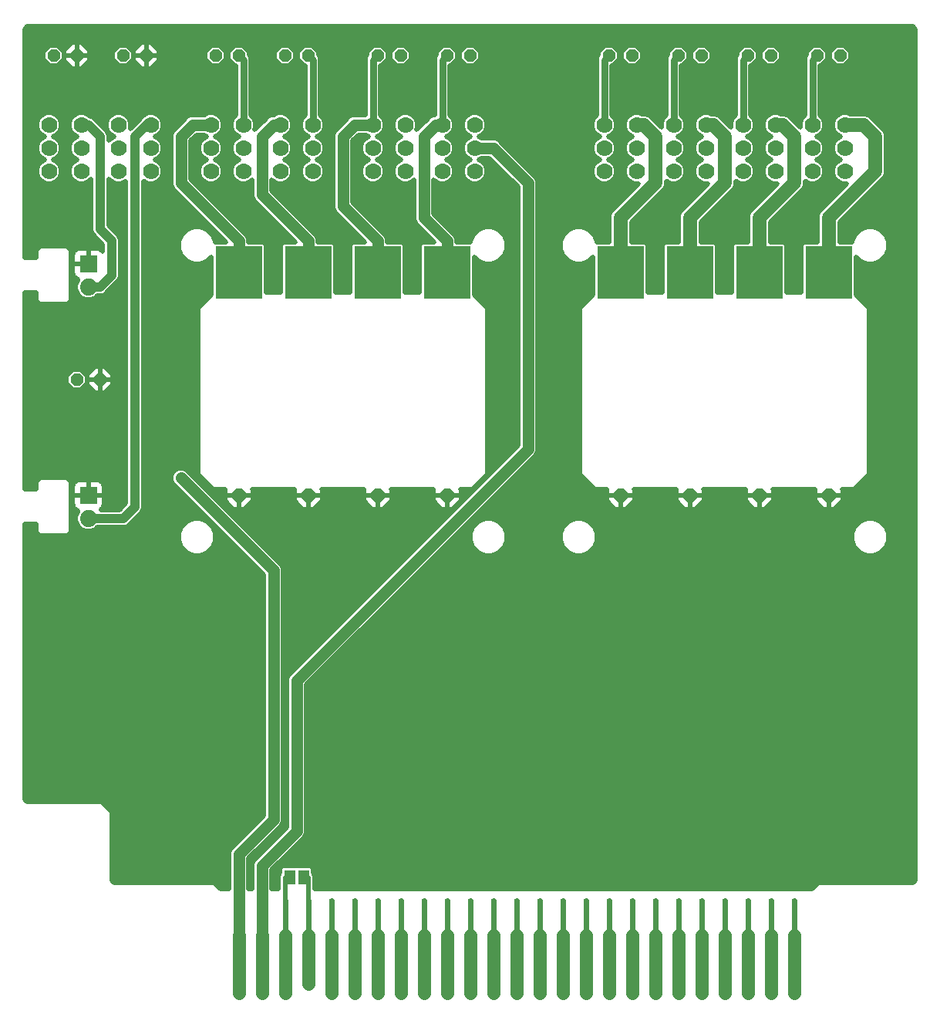
<source format=gtl>
G75*
%MOIN*%
%OFA0B0*%
%FSLAX25Y25*%
%IPPOS*%
%LPD*%
%AMOC8*
5,1,8,0,0,1.08239X$1,22.5*
%
%ADD10R,0.20000X0.22500*%
%ADD11C,0.05600*%
%ADD12R,0.02400X0.01200*%
%ADD13C,0.02400*%
%ADD14OC8,0.05200*%
%ADD15R,0.04600X0.06300*%
%ADD16C,0.07000*%
%ADD17R,0.07400X0.07400*%
%ADD18C,0.07400*%
%ADD19OC8,0.06000*%
%ADD20C,0.01000*%
%ADD21C,0.02000*%
%ADD22C,0.05000*%
%ADD23C,0.03962*%
%ADD24C,0.04000*%
%ADD25C,0.03000*%
%ADD26R,0.03962X0.03962*%
%ADD27C,0.06000*%
D10*
X0097000Y0321250D03*
X0127000Y0321250D03*
X0157000Y0321250D03*
X0187000Y0321250D03*
X0262000Y0321250D03*
X0292000Y0321250D03*
X0322000Y0321250D03*
X0352000Y0321250D03*
D11*
X0337000Y0035000D02*
X0337000Y0010000D01*
X0327000Y0010000D02*
X0327000Y0035000D01*
X0317000Y0035000D02*
X0317000Y0010000D01*
X0307000Y0010000D02*
X0307000Y0035000D01*
X0297000Y0035000D02*
X0297000Y0010000D01*
X0287000Y0010000D02*
X0287000Y0035000D01*
X0277000Y0035000D02*
X0277000Y0010000D01*
X0267000Y0010000D02*
X0267000Y0035000D01*
X0257000Y0035000D02*
X0257000Y0010000D01*
X0247000Y0010000D02*
X0247000Y0035000D01*
X0237000Y0035000D02*
X0237000Y0010000D01*
X0227000Y0010000D02*
X0227000Y0035000D01*
X0217000Y0035000D02*
X0217000Y0010000D01*
X0207000Y0010000D02*
X0207000Y0035000D01*
X0197000Y0035000D02*
X0197000Y0010000D01*
X0187000Y0010000D02*
X0187000Y0035000D01*
X0177000Y0035000D02*
X0177000Y0010000D01*
X0167000Y0010000D02*
X0167000Y0035000D01*
X0157000Y0035000D02*
X0157000Y0010000D01*
X0147000Y0010000D02*
X0147000Y0035000D01*
X0137000Y0035000D02*
X0137000Y0010000D01*
X0127000Y0014000D02*
X0127000Y0035000D01*
X0117000Y0035000D02*
X0117000Y0010000D01*
X0107000Y0010000D02*
X0107000Y0035000D01*
X0097000Y0035000D02*
X0097000Y0010000D01*
D12*
X0097000Y0050000D03*
X0107000Y0050000D03*
X0117000Y0050000D03*
X0127000Y0050000D03*
X0137000Y0050000D03*
X0147000Y0050000D03*
X0157000Y0050000D03*
X0167000Y0050000D03*
X0177000Y0050000D03*
X0187000Y0050000D03*
X0197000Y0050000D03*
X0207000Y0050000D03*
X0217000Y0050000D03*
X0227000Y0050000D03*
X0237000Y0050000D03*
X0247000Y0050000D03*
X0257000Y0050000D03*
X0267000Y0050000D03*
X0277000Y0050000D03*
X0287000Y0050000D03*
X0297000Y0050000D03*
X0307000Y0050000D03*
X0317000Y0050000D03*
X0327000Y0050000D03*
X0337000Y0050000D03*
D13*
X0337000Y0035000D01*
X0327000Y0035000D02*
X0327000Y0050000D01*
X0317000Y0050000D02*
X0317000Y0035000D01*
X0307000Y0035000D02*
X0307000Y0050000D01*
X0297000Y0050000D02*
X0297000Y0035000D01*
X0287000Y0035000D02*
X0287000Y0050000D01*
X0277000Y0050000D02*
X0277000Y0035000D01*
X0267000Y0035000D02*
X0267000Y0050000D01*
X0257000Y0050000D02*
X0257000Y0035000D01*
X0247000Y0035000D02*
X0247000Y0050000D01*
X0237000Y0050000D02*
X0237000Y0035000D01*
X0227000Y0035000D02*
X0227000Y0050000D01*
X0217000Y0050000D02*
X0217000Y0035000D01*
X0207000Y0035000D02*
X0207000Y0050000D01*
X0197000Y0050000D02*
X0197000Y0035000D01*
X0187000Y0035000D02*
X0187000Y0050000D01*
X0177000Y0050000D02*
X0177000Y0035000D01*
X0167000Y0035000D02*
X0167000Y0050000D01*
X0157000Y0050000D02*
X0157000Y0035000D01*
X0147000Y0035000D02*
X0147000Y0050000D01*
X0137000Y0050000D02*
X0137000Y0035000D01*
X0127000Y0035000D02*
X0127000Y0050000D01*
X0117000Y0050000D02*
X0117000Y0035000D01*
X0107000Y0035000D02*
X0107000Y0050000D01*
X0097000Y0050000D02*
X0097000Y0035000D01*
D14*
X0037000Y0275000D03*
X0027000Y0275000D03*
X0027000Y0415000D03*
X0017000Y0415000D03*
X0047000Y0415000D03*
X0057000Y0415000D03*
X0087000Y0415000D03*
X0097000Y0415000D03*
X0117000Y0415000D03*
X0127000Y0415000D03*
X0157000Y0415000D03*
X0167000Y0415000D03*
X0187000Y0415000D03*
X0197000Y0415000D03*
X0257000Y0415000D03*
X0267000Y0415000D03*
X0287000Y0415000D03*
X0297000Y0415000D03*
X0317000Y0415000D03*
X0327000Y0415000D03*
X0347000Y0415000D03*
X0357000Y0415000D03*
D15*
X0125000Y0060000D03*
X0119000Y0060000D03*
D16*
X0115000Y0365000D03*
X0115000Y0375000D03*
X0115000Y0385000D03*
X0129000Y0385000D03*
X0129000Y0375000D03*
X0129000Y0365000D03*
X0155000Y0365000D03*
X0155000Y0375000D03*
X0155000Y0385000D03*
X0169000Y0385000D03*
X0169000Y0375000D03*
X0169000Y0365000D03*
X0185000Y0365000D03*
X0185000Y0375000D03*
X0185000Y0385000D03*
X0199000Y0385000D03*
X0199000Y0375000D03*
X0199000Y0365000D03*
X0255000Y0365000D03*
X0255000Y0375000D03*
X0255000Y0385000D03*
X0269000Y0385000D03*
X0269000Y0375000D03*
X0269000Y0365000D03*
X0285000Y0365000D03*
X0285000Y0375000D03*
X0285000Y0385000D03*
X0299000Y0385000D03*
X0299000Y0375000D03*
X0299000Y0365000D03*
X0315000Y0365000D03*
X0315000Y0375000D03*
X0315000Y0385000D03*
X0329000Y0385000D03*
X0329000Y0375000D03*
X0329000Y0365000D03*
X0345000Y0365000D03*
X0345000Y0375000D03*
X0345000Y0385000D03*
X0359000Y0385000D03*
X0359000Y0375000D03*
X0359000Y0365000D03*
X0099000Y0365000D03*
X0099000Y0375000D03*
X0099000Y0385000D03*
X0085000Y0385000D03*
X0085000Y0375000D03*
X0085000Y0365000D03*
X0059000Y0365000D03*
X0059000Y0375000D03*
X0059000Y0385000D03*
X0045000Y0385000D03*
X0045000Y0375000D03*
X0045000Y0365000D03*
X0029000Y0365000D03*
X0029000Y0375000D03*
X0029000Y0385000D03*
X0015000Y0385000D03*
X0015000Y0375000D03*
X0015000Y0365000D03*
D17*
X0032000Y0325000D03*
X0032000Y0225000D03*
D18*
X0032000Y0215000D03*
X0032000Y0315000D03*
D19*
X0097000Y0315000D03*
X0127000Y0315000D03*
X0157000Y0315000D03*
X0187000Y0315000D03*
X0262000Y0315000D03*
X0292000Y0315000D03*
X0322000Y0315000D03*
X0352000Y0315000D03*
X0352000Y0225000D03*
X0322000Y0225000D03*
X0292000Y0225000D03*
X0262000Y0225000D03*
X0187000Y0225000D03*
X0157000Y0225000D03*
X0127000Y0225000D03*
X0097000Y0225000D03*
D20*
X0137000Y0010000D02*
X0134700Y0009500D01*
D21*
X0043036Y0057500D02*
X0042000Y0058536D01*
X0042000Y0087997D01*
X0041619Y0088916D01*
X0038416Y0092119D01*
X0037497Y0092500D01*
X0005536Y0092500D01*
X0004500Y0093536D01*
X0004500Y0212500D01*
X0009500Y0212500D01*
X0009500Y0209503D01*
X0009881Y0208584D01*
X0010584Y0207881D01*
X0011503Y0207500D01*
X0022497Y0207500D01*
X0023416Y0207881D01*
X0024119Y0208584D01*
X0024500Y0209503D01*
X0024500Y0230497D01*
X0024119Y0231416D01*
X0023416Y0232119D01*
X0022497Y0232500D01*
X0011503Y0232500D01*
X0010584Y0232119D01*
X0009881Y0231416D01*
X0009500Y0230497D01*
X0009500Y0227500D01*
X0004500Y0227500D01*
X0004500Y0312500D01*
X0009500Y0312500D01*
X0009500Y0309503D01*
X0009881Y0308584D01*
X0010584Y0307881D01*
X0011503Y0307500D01*
X0022497Y0307500D01*
X0023416Y0307881D01*
X0024119Y0308584D01*
X0024500Y0309503D01*
X0024500Y0330497D01*
X0024119Y0331416D01*
X0023416Y0332119D01*
X0022497Y0332500D01*
X0011503Y0332500D01*
X0010584Y0332119D01*
X0009881Y0331416D01*
X0009500Y0330497D01*
X0009500Y0327500D01*
X0004500Y0327500D01*
X0004500Y0426464D01*
X0005536Y0427500D01*
X0388464Y0427500D01*
X0389500Y0426464D01*
X0389500Y0058536D01*
X0388464Y0057500D01*
X0347753Y0057500D01*
X0346834Y0057119D01*
X0344714Y0055000D01*
X0129800Y0055000D01*
X0129800Y0060557D01*
X0129374Y0061586D01*
X0129100Y0061860D01*
X0129100Y0063896D01*
X0128046Y0064950D01*
X0121954Y0064950D01*
X0115954Y0064950D01*
X0114900Y0063896D01*
X0114900Y0061860D01*
X0114626Y0061586D01*
X0114200Y0060557D01*
X0114200Y0055000D01*
X0111300Y0055000D01*
X0111300Y0063219D01*
X0124436Y0076355D01*
X0125645Y0077564D01*
X0126300Y0079145D01*
X0126300Y0143219D01*
X0224436Y0241355D01*
X0225645Y0242564D01*
X0226300Y0244145D01*
X0226300Y0360855D01*
X0225645Y0362436D01*
X0210645Y0377436D01*
X0209436Y0378645D01*
X0207855Y0379300D01*
X0202195Y0379300D01*
X0202002Y0379493D01*
X0200778Y0380000D01*
X0202002Y0380507D01*
X0203493Y0381998D01*
X0204300Y0383946D01*
X0204300Y0386054D01*
X0203493Y0388002D01*
X0202002Y0389493D01*
X0200054Y0390300D01*
X0197946Y0390300D01*
X0195998Y0389493D01*
X0194507Y0388002D01*
X0193700Y0386054D01*
X0193700Y0383946D01*
X0194507Y0381998D01*
X0195998Y0380507D01*
X0197222Y0380000D01*
X0195998Y0379493D01*
X0194507Y0378002D01*
X0193700Y0376054D01*
X0193700Y0373946D01*
X0194507Y0371998D01*
X0195998Y0370507D01*
X0197222Y0370000D01*
X0195998Y0369493D01*
X0194507Y0368002D01*
X0193700Y0366054D01*
X0193700Y0363946D01*
X0194507Y0361998D01*
X0195998Y0360507D01*
X0197946Y0359700D01*
X0200054Y0359700D01*
X0202002Y0360507D01*
X0203493Y0361998D01*
X0204300Y0363946D01*
X0204300Y0366054D01*
X0203493Y0368002D01*
X0202002Y0369493D01*
X0200778Y0370000D01*
X0202002Y0370507D01*
X0202195Y0370700D01*
X0205219Y0370700D01*
X0217700Y0358219D01*
X0217700Y0246781D01*
X0118355Y0147436D01*
X0117700Y0145855D01*
X0117700Y0081781D01*
X0103355Y0067436D01*
X0102700Y0065855D01*
X0102700Y0055000D01*
X0101300Y0055000D01*
X0101300Y0068219D01*
X0114436Y0081355D01*
X0115645Y0082564D01*
X0116300Y0084145D01*
X0116300Y0193355D01*
X0115645Y0194936D01*
X0085645Y0224936D01*
X0080645Y0229936D01*
X0074436Y0236145D01*
X0072855Y0236800D01*
X0071145Y0236800D01*
X0069564Y0236145D01*
X0068355Y0234936D01*
X0067700Y0233355D01*
X0067700Y0231645D01*
X0068355Y0230064D01*
X0074564Y0223855D01*
X0079564Y0218855D01*
X0107700Y0190719D01*
X0107700Y0086781D01*
X0093355Y0072436D01*
X0092700Y0070855D01*
X0092700Y0055000D01*
X0089286Y0055000D01*
X0087166Y0057119D01*
X0086247Y0057500D01*
X0043036Y0057500D01*
X0042000Y0058960D02*
X0092700Y0058960D01*
X0092700Y0060958D02*
X0042000Y0060958D01*
X0042000Y0062957D02*
X0092700Y0062957D01*
X0092700Y0064955D02*
X0042000Y0064955D01*
X0042000Y0066954D02*
X0092700Y0066954D01*
X0092700Y0068952D02*
X0042000Y0068952D01*
X0042000Y0070951D02*
X0092740Y0070951D01*
X0093868Y0072949D02*
X0042000Y0072949D01*
X0042000Y0074948D02*
X0095867Y0074948D01*
X0097865Y0076946D02*
X0042000Y0076946D01*
X0042000Y0078945D02*
X0099864Y0078945D01*
X0101862Y0080943D02*
X0042000Y0080943D01*
X0042000Y0082942D02*
X0103861Y0082942D01*
X0105859Y0084940D02*
X0042000Y0084940D01*
X0042000Y0086939D02*
X0107700Y0086939D01*
X0107700Y0088937D02*
X0041598Y0088937D01*
X0039600Y0090936D02*
X0107700Y0090936D01*
X0107700Y0092934D02*
X0005101Y0092934D01*
X0004500Y0094933D02*
X0107700Y0094933D01*
X0107700Y0096932D02*
X0004500Y0096932D01*
X0004500Y0098930D02*
X0107700Y0098930D01*
X0107700Y0100929D02*
X0004500Y0100929D01*
X0004500Y0102927D02*
X0107700Y0102927D01*
X0107700Y0104926D02*
X0004500Y0104926D01*
X0004500Y0106924D02*
X0107700Y0106924D01*
X0107700Y0108923D02*
X0004500Y0108923D01*
X0004500Y0110921D02*
X0107700Y0110921D01*
X0107700Y0112920D02*
X0004500Y0112920D01*
X0004500Y0114918D02*
X0107700Y0114918D01*
X0107700Y0116917D02*
X0004500Y0116917D01*
X0004500Y0118915D02*
X0107700Y0118915D01*
X0107700Y0120914D02*
X0004500Y0120914D01*
X0004500Y0122912D02*
X0107700Y0122912D01*
X0107700Y0124911D02*
X0004500Y0124911D01*
X0004500Y0126909D02*
X0107700Y0126909D01*
X0107700Y0128908D02*
X0004500Y0128908D01*
X0004500Y0130906D02*
X0107700Y0130906D01*
X0107700Y0132905D02*
X0004500Y0132905D01*
X0004500Y0134903D02*
X0107700Y0134903D01*
X0107700Y0136902D02*
X0004500Y0136902D01*
X0004500Y0138900D02*
X0107700Y0138900D01*
X0107700Y0140899D02*
X0004500Y0140899D01*
X0004500Y0142897D02*
X0107700Y0142897D01*
X0107700Y0144896D02*
X0004500Y0144896D01*
X0004500Y0146894D02*
X0107700Y0146894D01*
X0107700Y0148893D02*
X0004500Y0148893D01*
X0004500Y0150891D02*
X0107700Y0150891D01*
X0107700Y0152890D02*
X0004500Y0152890D01*
X0004500Y0154888D02*
X0107700Y0154888D01*
X0107700Y0156887D02*
X0004500Y0156887D01*
X0004500Y0158885D02*
X0107700Y0158885D01*
X0107700Y0160884D02*
X0004500Y0160884D01*
X0004500Y0162882D02*
X0107700Y0162882D01*
X0107700Y0164881D02*
X0004500Y0164881D01*
X0004500Y0166879D02*
X0107700Y0166879D01*
X0107700Y0168878D02*
X0004500Y0168878D01*
X0004500Y0170876D02*
X0107700Y0170876D01*
X0107700Y0172875D02*
X0004500Y0172875D01*
X0004500Y0174873D02*
X0107700Y0174873D01*
X0107700Y0176872D02*
X0004500Y0176872D01*
X0004500Y0178870D02*
X0107700Y0178870D01*
X0107700Y0180869D02*
X0004500Y0180869D01*
X0004500Y0182868D02*
X0107700Y0182868D01*
X0107700Y0184866D02*
X0004500Y0184866D01*
X0004500Y0186865D02*
X0107700Y0186865D01*
X0107700Y0188863D02*
X0004500Y0188863D01*
X0004500Y0190862D02*
X0107557Y0190862D01*
X0105559Y0192860D02*
X0004500Y0192860D01*
X0004500Y0194859D02*
X0103560Y0194859D01*
X0101562Y0196857D02*
X0004500Y0196857D01*
X0004500Y0198856D02*
X0099563Y0198856D01*
X0097565Y0200854D02*
X0084034Y0200854D01*
X0083478Y0200298D02*
X0085702Y0202522D01*
X0086905Y0205427D01*
X0086905Y0208573D01*
X0085702Y0211478D01*
X0083478Y0213702D01*
X0080573Y0214905D01*
X0077427Y0214905D01*
X0074522Y0213702D01*
X0072298Y0211478D01*
X0071094Y0208573D01*
X0071094Y0205427D01*
X0072298Y0202522D01*
X0074522Y0200298D01*
X0077427Y0199094D01*
X0080573Y0199094D01*
X0083478Y0200298D01*
X0085839Y0202853D02*
X0095566Y0202853D01*
X0093568Y0204851D02*
X0086667Y0204851D01*
X0086905Y0206850D02*
X0091569Y0206850D01*
X0089571Y0208848D02*
X0086791Y0208848D01*
X0087572Y0210847D02*
X0085964Y0210847D01*
X0085574Y0212845D02*
X0084335Y0212845D01*
X0083575Y0214844D02*
X0080722Y0214844D01*
X0081577Y0216842D02*
X0054216Y0216842D01*
X0054153Y0216779D02*
X0055221Y0217847D01*
X0055800Y0219244D01*
X0055800Y0360705D01*
X0055998Y0360507D01*
X0057946Y0359700D01*
X0060054Y0359700D01*
X0062002Y0360507D01*
X0063493Y0361998D01*
X0064300Y0363946D01*
X0064300Y0366054D01*
X0063493Y0368002D01*
X0062002Y0369493D01*
X0060778Y0370000D01*
X0062002Y0370507D01*
X0063493Y0371998D01*
X0064300Y0373946D01*
X0064300Y0376054D01*
X0063493Y0378002D01*
X0062002Y0379493D01*
X0060778Y0380000D01*
X0062002Y0380507D01*
X0063493Y0381998D01*
X0064300Y0383946D01*
X0064300Y0386054D01*
X0063493Y0388002D01*
X0062002Y0389493D01*
X0060054Y0390300D01*
X0057946Y0390300D01*
X0055998Y0389493D01*
X0054507Y0388002D01*
X0054421Y0387795D01*
X0053779Y0387153D01*
X0050108Y0383482D01*
X0050300Y0383946D01*
X0050300Y0386054D01*
X0049493Y0388002D01*
X0048002Y0389493D01*
X0046054Y0390300D01*
X0043946Y0390300D01*
X0041998Y0389493D01*
X0040507Y0388002D01*
X0039700Y0386054D01*
X0039700Y0383946D01*
X0040507Y0381998D01*
X0041998Y0380507D01*
X0043222Y0380000D01*
X0041998Y0379493D01*
X0040800Y0378295D01*
X0040800Y0380756D01*
X0040221Y0382153D01*
X0039153Y0383221D01*
X0034153Y0388221D01*
X0032756Y0388800D01*
X0032695Y0388800D01*
X0032002Y0389493D01*
X0030054Y0390300D01*
X0027946Y0390300D01*
X0025998Y0389493D01*
X0024507Y0388002D01*
X0023700Y0386054D01*
X0023700Y0383946D01*
X0024507Y0381998D01*
X0025998Y0380507D01*
X0027222Y0380000D01*
X0025998Y0379493D01*
X0024507Y0378002D01*
X0023700Y0376054D01*
X0023700Y0373946D01*
X0024507Y0371998D01*
X0025998Y0370507D01*
X0027222Y0370000D01*
X0025998Y0369493D01*
X0024507Y0368002D01*
X0023700Y0366054D01*
X0023700Y0363946D01*
X0024507Y0361998D01*
X0025998Y0360507D01*
X0027946Y0359700D01*
X0030054Y0359700D01*
X0032002Y0360507D01*
X0033200Y0361705D01*
X0033200Y0339244D01*
X0033779Y0337847D01*
X0038200Y0333426D01*
X0038200Y0330358D01*
X0038030Y0330612D01*
X0037612Y0331030D01*
X0037121Y0331359D01*
X0036575Y0331585D01*
X0035995Y0331700D01*
X0032000Y0331700D01*
X0032000Y0325000D01*
X0032000Y0325000D01*
X0032000Y0325000D01*
X0025300Y0325000D01*
X0025300Y0328995D01*
X0025415Y0329575D01*
X0025641Y0330121D01*
X0025970Y0330612D01*
X0026388Y0331030D01*
X0026879Y0331359D01*
X0027425Y0331585D01*
X0028005Y0331700D01*
X0032000Y0331700D01*
X0032000Y0325000D01*
X0025300Y0325000D01*
X0025300Y0321005D01*
X0025415Y0320425D01*
X0025641Y0319879D01*
X0025970Y0319388D01*
X0026388Y0318970D01*
X0026879Y0318641D01*
X0027425Y0318415D01*
X0027602Y0318380D01*
X0027337Y0318115D01*
X0026500Y0316094D01*
X0026500Y0313906D01*
X0027337Y0311884D01*
X0028884Y0310337D01*
X0030906Y0309500D01*
X0033094Y0309500D01*
X0035115Y0310337D01*
X0035978Y0311200D01*
X0037756Y0311200D01*
X0039153Y0311779D01*
X0040221Y0312847D01*
X0045221Y0317847D01*
X0045800Y0319244D01*
X0045800Y0335756D01*
X0045221Y0337153D01*
X0044153Y0338221D01*
X0040800Y0341574D01*
X0040800Y0361705D01*
X0041998Y0360507D01*
X0043946Y0359700D01*
X0046054Y0359700D01*
X0048002Y0360507D01*
X0048200Y0360705D01*
X0048200Y0221574D01*
X0045426Y0218800D01*
X0037358Y0218800D01*
X0037612Y0218970D01*
X0038030Y0219388D01*
X0038359Y0219879D01*
X0038585Y0220425D01*
X0038700Y0221005D01*
X0038700Y0225000D01*
X0038700Y0228995D01*
X0038585Y0229575D01*
X0038359Y0230121D01*
X0038030Y0230612D01*
X0037612Y0231030D01*
X0037121Y0231359D01*
X0036575Y0231585D01*
X0035995Y0231700D01*
X0032000Y0231700D01*
X0032000Y0225000D01*
X0032000Y0225000D01*
X0038700Y0225000D01*
X0032000Y0225000D01*
X0032000Y0225000D01*
X0032000Y0225000D01*
X0025300Y0225000D01*
X0025300Y0228995D01*
X0025415Y0229575D01*
X0025641Y0230121D01*
X0025970Y0230612D01*
X0026388Y0231030D01*
X0026879Y0231359D01*
X0027425Y0231585D01*
X0028005Y0231700D01*
X0032000Y0231700D01*
X0032000Y0225000D01*
X0025300Y0225000D01*
X0025300Y0221005D01*
X0025415Y0220425D01*
X0025641Y0219879D01*
X0025970Y0219388D01*
X0026388Y0218970D01*
X0026879Y0218641D01*
X0027425Y0218415D01*
X0027602Y0218380D01*
X0027337Y0218115D01*
X0026500Y0216094D01*
X0026500Y0213906D01*
X0027337Y0211884D01*
X0028884Y0210337D01*
X0030906Y0209500D01*
X0033094Y0209500D01*
X0035115Y0210337D01*
X0035978Y0211200D01*
X0047756Y0211200D01*
X0049153Y0211779D01*
X0054153Y0216779D01*
X0055633Y0218841D02*
X0079578Y0218841D01*
X0077580Y0220839D02*
X0055800Y0220839D01*
X0055800Y0222838D02*
X0075581Y0222838D01*
X0073583Y0224836D02*
X0055800Y0224836D01*
X0055800Y0226835D02*
X0071584Y0226835D01*
X0069586Y0228833D02*
X0055800Y0228833D01*
X0055800Y0230832D02*
X0068037Y0230832D01*
X0067700Y0232830D02*
X0055800Y0232830D01*
X0055800Y0234829D02*
X0068310Y0234829D01*
X0075752Y0234829D02*
X0079500Y0234829D01*
X0079500Y0234503D02*
X0079881Y0233584D01*
X0080584Y0232881D01*
X0085584Y0227881D01*
X0086503Y0227500D01*
X0091015Y0227500D01*
X0091000Y0227485D01*
X0091000Y0225000D01*
X0097000Y0225000D01*
X0103000Y0225000D01*
X0103000Y0227485D01*
X0102985Y0227500D01*
X0121015Y0227500D01*
X0121000Y0227485D01*
X0121000Y0225000D01*
X0127000Y0225000D01*
X0133000Y0225000D01*
X0133000Y0227485D01*
X0132985Y0227500D01*
X0151015Y0227500D01*
X0151000Y0227485D01*
X0151000Y0225000D01*
X0157000Y0225000D01*
X0163000Y0225000D01*
X0163000Y0227485D01*
X0162985Y0227500D01*
X0181015Y0227500D01*
X0181000Y0227485D01*
X0181000Y0225000D01*
X0187000Y0225000D01*
X0193000Y0225000D01*
X0193000Y0227485D01*
X0192985Y0227500D01*
X0197497Y0227500D01*
X0198416Y0227881D01*
X0199119Y0228584D01*
X0204119Y0233584D01*
X0204500Y0234503D01*
X0204500Y0305497D01*
X0204119Y0306416D01*
X0203416Y0307119D01*
X0198800Y0311736D01*
X0198800Y0328020D01*
X0200522Y0326298D01*
X0203427Y0325094D01*
X0206573Y0325094D01*
X0209478Y0326298D01*
X0211702Y0328522D01*
X0212905Y0331427D01*
X0212905Y0334573D01*
X0211702Y0337478D01*
X0209478Y0339702D01*
X0206573Y0340905D01*
X0203427Y0340905D01*
X0200522Y0339702D01*
X0198298Y0337478D01*
X0197094Y0334573D01*
X0197094Y0334300D01*
X0191300Y0334300D01*
X0191300Y0335855D01*
X0190645Y0337436D01*
X0181300Y0346781D01*
X0181300Y0361205D01*
X0181998Y0360507D01*
X0183946Y0359700D01*
X0186054Y0359700D01*
X0188002Y0360507D01*
X0189493Y0361998D01*
X0190300Y0363946D01*
X0190300Y0366054D01*
X0189493Y0368002D01*
X0188002Y0369493D01*
X0186778Y0370000D01*
X0188002Y0370507D01*
X0189493Y0371998D01*
X0190300Y0373946D01*
X0190300Y0376054D01*
X0189493Y0378002D01*
X0188002Y0379493D01*
X0186778Y0380000D01*
X0188002Y0380507D01*
X0189493Y0381998D01*
X0190300Y0383946D01*
X0190300Y0386054D01*
X0189493Y0388002D01*
X0188300Y0389195D01*
X0188300Y0410600D01*
X0188823Y0410600D01*
X0191400Y0413177D01*
X0191400Y0416823D01*
X0188823Y0419400D01*
X0185177Y0419400D01*
X0182600Y0416823D01*
X0182600Y0415267D01*
X0182202Y0414869D01*
X0181700Y0413656D01*
X0181700Y0389300D01*
X0181145Y0389300D01*
X0179564Y0388645D01*
X0178355Y0387436D01*
X0173901Y0382982D01*
X0174300Y0383946D01*
X0174300Y0386054D01*
X0173493Y0388002D01*
X0172002Y0389493D01*
X0170054Y0390300D01*
X0167946Y0390300D01*
X0165998Y0389493D01*
X0164507Y0388002D01*
X0163700Y0386054D01*
X0163700Y0383946D01*
X0164507Y0381998D01*
X0165998Y0380507D01*
X0167222Y0380000D01*
X0165998Y0379493D01*
X0164507Y0378002D01*
X0163700Y0376054D01*
X0163700Y0373946D01*
X0164507Y0371998D01*
X0165998Y0370507D01*
X0167222Y0370000D01*
X0165998Y0369493D01*
X0164507Y0368002D01*
X0163700Y0366054D01*
X0163700Y0363946D01*
X0164507Y0361998D01*
X0165998Y0360507D01*
X0167946Y0359700D01*
X0170054Y0359700D01*
X0172002Y0360507D01*
X0172700Y0361205D01*
X0172700Y0344145D01*
X0173355Y0342564D01*
X0174564Y0341355D01*
X0174564Y0341355D01*
X0181619Y0334300D01*
X0176254Y0334300D01*
X0175200Y0333246D01*
X0175200Y0312500D01*
X0168800Y0312500D01*
X0168800Y0333246D01*
X0167746Y0334300D01*
X0161300Y0334300D01*
X0161300Y0335855D01*
X0160645Y0337436D01*
X0146300Y0351781D01*
X0146300Y0378219D01*
X0148781Y0380700D01*
X0151805Y0380700D01*
X0151998Y0380507D01*
X0153222Y0380000D01*
X0151998Y0379493D01*
X0150507Y0378002D01*
X0149700Y0376054D01*
X0149700Y0373946D01*
X0150507Y0371998D01*
X0151998Y0370507D01*
X0153222Y0370000D01*
X0151998Y0369493D01*
X0150507Y0368002D01*
X0149700Y0366054D01*
X0149700Y0363946D01*
X0150507Y0361998D01*
X0151998Y0360507D01*
X0153946Y0359700D01*
X0156054Y0359700D01*
X0158002Y0360507D01*
X0159493Y0361998D01*
X0160300Y0363946D01*
X0160300Y0366054D01*
X0159493Y0368002D01*
X0158002Y0369493D01*
X0156778Y0370000D01*
X0158002Y0370507D01*
X0159493Y0371998D01*
X0160300Y0373946D01*
X0160300Y0376054D01*
X0159493Y0378002D01*
X0158002Y0379493D01*
X0156778Y0380000D01*
X0158002Y0380507D01*
X0159493Y0381998D01*
X0160300Y0383946D01*
X0160300Y0386054D01*
X0159493Y0388002D01*
X0158300Y0389195D01*
X0158300Y0410600D01*
X0158823Y0410600D01*
X0161400Y0413177D01*
X0161400Y0416823D01*
X0158823Y0419400D01*
X0155177Y0419400D01*
X0152600Y0416823D01*
X0152600Y0415267D01*
X0152202Y0414869D01*
X0151700Y0413656D01*
X0151700Y0389300D01*
X0146145Y0389300D01*
X0144564Y0388645D01*
X0143355Y0387436D01*
X0138355Y0382436D01*
X0137700Y0380855D01*
X0137700Y0349145D01*
X0138355Y0347564D01*
X0139564Y0346355D01*
X0151619Y0334300D01*
X0146254Y0334300D01*
X0145200Y0333246D01*
X0145200Y0312500D01*
X0138800Y0312500D01*
X0138800Y0333246D01*
X0137746Y0334300D01*
X0131300Y0334300D01*
X0131300Y0335855D01*
X0130645Y0337436D01*
X0111300Y0356781D01*
X0111300Y0361205D01*
X0111998Y0360507D01*
X0113946Y0359700D01*
X0116054Y0359700D01*
X0118002Y0360507D01*
X0119493Y0361998D01*
X0120300Y0363946D01*
X0120300Y0366054D01*
X0119493Y0368002D01*
X0118002Y0369493D01*
X0116778Y0370000D01*
X0118002Y0370507D01*
X0119493Y0371998D01*
X0120300Y0373946D01*
X0120300Y0376054D01*
X0119493Y0378002D01*
X0118002Y0379493D01*
X0116778Y0380000D01*
X0118002Y0380507D01*
X0119493Y0381998D01*
X0120300Y0383946D01*
X0120300Y0386054D01*
X0119493Y0388002D01*
X0118002Y0389493D01*
X0116054Y0390300D01*
X0113946Y0390300D01*
X0111998Y0389493D01*
X0111805Y0389300D01*
X0111145Y0389300D01*
X0109564Y0388645D01*
X0108355Y0387436D01*
X0103901Y0382982D01*
X0104300Y0383946D01*
X0104300Y0386054D01*
X0103493Y0388002D01*
X0102300Y0389195D01*
X0102300Y0413656D01*
X0101798Y0414869D01*
X0101400Y0415267D01*
X0101400Y0416823D01*
X0098823Y0419400D01*
X0095177Y0419400D01*
X0092600Y0416823D01*
X0092600Y0413177D01*
X0095177Y0410600D01*
X0095700Y0410600D01*
X0095700Y0389195D01*
X0094507Y0388002D01*
X0093700Y0386054D01*
X0093700Y0383946D01*
X0094507Y0381998D01*
X0095998Y0380507D01*
X0097222Y0380000D01*
X0095998Y0379493D01*
X0094507Y0378002D01*
X0093700Y0376054D01*
X0093700Y0373946D01*
X0094507Y0371998D01*
X0095998Y0370507D01*
X0097222Y0370000D01*
X0095998Y0369493D01*
X0094507Y0368002D01*
X0093700Y0366054D01*
X0093700Y0363946D01*
X0094507Y0361998D01*
X0095998Y0360507D01*
X0097946Y0359700D01*
X0100054Y0359700D01*
X0102002Y0360507D01*
X0102700Y0361205D01*
X0102700Y0354145D01*
X0103355Y0352564D01*
X0104564Y0351355D01*
X0121619Y0334300D01*
X0116254Y0334300D01*
X0115200Y0333246D01*
X0115200Y0312500D01*
X0108800Y0312500D01*
X0108800Y0333246D01*
X0107746Y0334300D01*
X0101300Y0334300D01*
X0101300Y0335855D01*
X0100645Y0337436D01*
X0076300Y0361781D01*
X0076300Y0378219D01*
X0078781Y0380700D01*
X0081805Y0380700D01*
X0081998Y0380507D01*
X0083222Y0380000D01*
X0081998Y0379493D01*
X0080507Y0378002D01*
X0079700Y0376054D01*
X0079700Y0373946D01*
X0080507Y0371998D01*
X0081998Y0370507D01*
X0083222Y0370000D01*
X0081998Y0369493D01*
X0080507Y0368002D01*
X0079700Y0366054D01*
X0079700Y0363946D01*
X0080507Y0361998D01*
X0081998Y0360507D01*
X0083946Y0359700D01*
X0086054Y0359700D01*
X0088002Y0360507D01*
X0089493Y0361998D01*
X0090300Y0363946D01*
X0090300Y0366054D01*
X0089493Y0368002D01*
X0088002Y0369493D01*
X0086778Y0370000D01*
X0088002Y0370507D01*
X0089493Y0371998D01*
X0090300Y0373946D01*
X0090300Y0376054D01*
X0089493Y0378002D01*
X0088002Y0379493D01*
X0086778Y0380000D01*
X0088002Y0380507D01*
X0089493Y0381998D01*
X0090300Y0383946D01*
X0090300Y0386054D01*
X0089493Y0388002D01*
X0088002Y0389493D01*
X0086054Y0390300D01*
X0083946Y0390300D01*
X0081998Y0389493D01*
X0081805Y0389300D01*
X0076145Y0389300D01*
X0074564Y0388645D01*
X0073355Y0387436D01*
X0068355Y0382436D01*
X0067700Y0380855D01*
X0067700Y0359145D01*
X0068355Y0357564D01*
X0069564Y0356355D01*
X0091619Y0334300D01*
X0086905Y0334300D01*
X0086905Y0334573D01*
X0085702Y0337478D01*
X0083478Y0339702D01*
X0080573Y0340905D01*
X0077427Y0340905D01*
X0074522Y0339702D01*
X0072298Y0337478D01*
X0071094Y0334573D01*
X0071094Y0331427D01*
X0072298Y0328522D01*
X0074522Y0326298D01*
X0077427Y0325094D01*
X0080573Y0325094D01*
X0083478Y0326298D01*
X0085200Y0328020D01*
X0085200Y0311736D01*
X0084881Y0311416D01*
X0080584Y0307119D01*
X0080584Y0307119D01*
X0079881Y0306416D01*
X0079500Y0305497D01*
X0079500Y0234503D01*
X0080634Y0232830D02*
X0077751Y0232830D01*
X0079749Y0230832D02*
X0082633Y0230832D01*
X0081748Y0228833D02*
X0084631Y0228833D01*
X0083746Y0226835D02*
X0091000Y0226835D01*
X0091000Y0225000D02*
X0091000Y0222515D01*
X0094515Y0219000D01*
X0097000Y0219000D01*
X0099485Y0219000D01*
X0103000Y0222515D01*
X0103000Y0225000D01*
X0097000Y0225000D01*
X0097000Y0225000D01*
X0097000Y0219000D01*
X0097000Y0225000D01*
X0097000Y0225000D01*
X0097000Y0225000D01*
X0091000Y0225000D01*
X0091000Y0224836D02*
X0085745Y0224836D01*
X0087743Y0222838D02*
X0091000Y0222838D01*
X0089742Y0220839D02*
X0092675Y0220839D01*
X0091740Y0218841D02*
X0189760Y0218841D01*
X0189485Y0219000D02*
X0193000Y0222515D01*
X0193000Y0225000D01*
X0187000Y0225000D01*
X0187000Y0225000D01*
X0187000Y0219000D01*
X0189485Y0219000D01*
X0187000Y0219000D02*
X0187000Y0225000D01*
X0187000Y0225000D01*
X0187000Y0225000D01*
X0181000Y0225000D01*
X0181000Y0222515D01*
X0184515Y0219000D01*
X0187000Y0219000D01*
X0187000Y0220839D02*
X0187000Y0220839D01*
X0187000Y0222838D02*
X0187000Y0222838D01*
X0187000Y0224836D02*
X0187000Y0224836D01*
X0191324Y0220839D02*
X0191758Y0220839D01*
X0193000Y0222838D02*
X0193757Y0222838D01*
X0193000Y0224836D02*
X0195755Y0224836D01*
X0197754Y0226835D02*
X0193000Y0226835D01*
X0199369Y0228833D02*
X0199752Y0228833D01*
X0201367Y0230832D02*
X0201751Y0230832D01*
X0203366Y0232830D02*
X0203749Y0232830D01*
X0204500Y0234829D02*
X0205748Y0234829D01*
X0204500Y0236827D02*
X0207746Y0236827D01*
X0209745Y0238826D02*
X0204500Y0238826D01*
X0204500Y0240824D02*
X0211743Y0240824D01*
X0213742Y0242823D02*
X0204500Y0242823D01*
X0204500Y0244821D02*
X0215740Y0244821D01*
X0217700Y0246820D02*
X0204500Y0246820D01*
X0204500Y0248818D02*
X0217700Y0248818D01*
X0217700Y0250817D02*
X0204500Y0250817D01*
X0204500Y0252815D02*
X0217700Y0252815D01*
X0217700Y0254814D02*
X0204500Y0254814D01*
X0204500Y0256812D02*
X0217700Y0256812D01*
X0217700Y0258811D02*
X0204500Y0258811D01*
X0204500Y0260809D02*
X0217700Y0260809D01*
X0217700Y0262808D02*
X0204500Y0262808D01*
X0204500Y0264806D02*
X0217700Y0264806D01*
X0217700Y0266805D02*
X0204500Y0266805D01*
X0204500Y0268803D02*
X0217700Y0268803D01*
X0217700Y0270802D02*
X0204500Y0270802D01*
X0204500Y0272801D02*
X0217700Y0272801D01*
X0217700Y0274799D02*
X0204500Y0274799D01*
X0204500Y0276798D02*
X0217700Y0276798D01*
X0217700Y0278796D02*
X0204500Y0278796D01*
X0204500Y0280795D02*
X0217700Y0280795D01*
X0217700Y0282793D02*
X0204500Y0282793D01*
X0204500Y0284792D02*
X0217700Y0284792D01*
X0217700Y0286790D02*
X0204500Y0286790D01*
X0204500Y0288789D02*
X0217700Y0288789D01*
X0217700Y0290787D02*
X0204500Y0290787D01*
X0204500Y0292786D02*
X0217700Y0292786D01*
X0217700Y0294784D02*
X0204500Y0294784D01*
X0204500Y0296783D02*
X0217700Y0296783D01*
X0217700Y0298781D02*
X0204500Y0298781D01*
X0204500Y0300780D02*
X0217700Y0300780D01*
X0217700Y0302778D02*
X0204500Y0302778D01*
X0204500Y0304777D02*
X0217700Y0304777D01*
X0217700Y0306775D02*
X0203760Y0306775D01*
X0201762Y0308774D02*
X0217700Y0308774D01*
X0217700Y0310772D02*
X0199763Y0310772D01*
X0198800Y0312771D02*
X0217700Y0312771D01*
X0217700Y0314769D02*
X0198800Y0314769D01*
X0198800Y0316768D02*
X0217700Y0316768D01*
X0217700Y0318766D02*
X0198800Y0318766D01*
X0198800Y0320765D02*
X0217700Y0320765D01*
X0217700Y0322763D02*
X0198800Y0322763D01*
X0198800Y0324762D02*
X0217700Y0324762D01*
X0217700Y0326760D02*
X0209940Y0326760D01*
X0211800Y0328759D02*
X0217700Y0328759D01*
X0217700Y0330757D02*
X0212628Y0330757D01*
X0212905Y0332756D02*
X0217700Y0332756D01*
X0217700Y0334754D02*
X0212830Y0334754D01*
X0212002Y0336753D02*
X0217700Y0336753D01*
X0217700Y0338751D02*
X0210429Y0338751D01*
X0206948Y0340750D02*
X0217700Y0340750D01*
X0217700Y0342748D02*
X0185333Y0342748D01*
X0187331Y0340750D02*
X0203052Y0340750D01*
X0199571Y0338751D02*
X0189330Y0338751D01*
X0190928Y0336753D02*
X0197998Y0336753D01*
X0197170Y0334754D02*
X0191300Y0334754D01*
X0198800Y0326760D02*
X0200060Y0326760D01*
X0183334Y0344747D02*
X0217700Y0344747D01*
X0217700Y0346745D02*
X0181336Y0346745D01*
X0181300Y0348744D02*
X0217700Y0348744D01*
X0217700Y0350742D02*
X0181300Y0350742D01*
X0181300Y0352741D02*
X0217700Y0352741D01*
X0217700Y0354739D02*
X0181300Y0354739D01*
X0181300Y0356738D02*
X0217700Y0356738D01*
X0217182Y0358737D02*
X0181300Y0358737D01*
X0181300Y0360735D02*
X0181770Y0360735D01*
X0188230Y0360735D02*
X0195770Y0360735D01*
X0194202Y0362734D02*
X0189798Y0362734D01*
X0190300Y0364732D02*
X0193700Y0364732D01*
X0193980Y0366731D02*
X0190020Y0366731D01*
X0188766Y0368729D02*
X0195234Y0368729D01*
X0195777Y0370728D02*
X0188223Y0370728D01*
X0189795Y0372726D02*
X0194205Y0372726D01*
X0193700Y0374725D02*
X0190300Y0374725D01*
X0190023Y0376723D02*
X0193977Y0376723D01*
X0195226Y0378722D02*
X0188774Y0378722D01*
X0188215Y0380720D02*
X0195785Y0380720D01*
X0194208Y0382719D02*
X0189792Y0382719D01*
X0190300Y0384717D02*
X0193700Y0384717D01*
X0193974Y0386716D02*
X0190026Y0386716D01*
X0188781Y0388714D02*
X0195219Y0388714D01*
X0188300Y0390713D02*
X0251700Y0390713D01*
X0251700Y0389195D02*
X0250507Y0388002D01*
X0249700Y0386054D01*
X0249700Y0383946D01*
X0250507Y0381998D01*
X0251998Y0380507D01*
X0253222Y0380000D01*
X0251998Y0379493D01*
X0250507Y0378002D01*
X0249700Y0376054D01*
X0249700Y0373946D01*
X0250507Y0371998D01*
X0251998Y0370507D01*
X0253222Y0370000D01*
X0251998Y0369493D01*
X0250507Y0368002D01*
X0249700Y0366054D01*
X0249700Y0363946D01*
X0250507Y0361998D01*
X0251998Y0360507D01*
X0253946Y0359700D01*
X0256054Y0359700D01*
X0258002Y0360507D01*
X0259493Y0361998D01*
X0260300Y0363946D01*
X0260300Y0366054D01*
X0259493Y0368002D01*
X0258002Y0369493D01*
X0256778Y0370000D01*
X0258002Y0370507D01*
X0259493Y0371998D01*
X0260300Y0373946D01*
X0260300Y0376054D01*
X0259493Y0378002D01*
X0258002Y0379493D01*
X0256778Y0380000D01*
X0258002Y0380507D01*
X0259493Y0381998D01*
X0260300Y0383946D01*
X0260300Y0386054D01*
X0259493Y0388002D01*
X0258300Y0389195D01*
X0258300Y0410600D01*
X0258823Y0410600D01*
X0261400Y0413177D01*
X0261400Y0416823D01*
X0258823Y0419400D01*
X0255177Y0419400D01*
X0252600Y0416823D01*
X0252600Y0415267D01*
X0252202Y0414869D01*
X0251700Y0413656D01*
X0251700Y0389195D01*
X0251219Y0388714D02*
X0202781Y0388714D01*
X0204026Y0386716D02*
X0249974Y0386716D01*
X0249700Y0384717D02*
X0204300Y0384717D01*
X0203792Y0382719D02*
X0250208Y0382719D01*
X0251785Y0380720D02*
X0202215Y0380720D01*
X0209252Y0378722D02*
X0251226Y0378722D01*
X0249977Y0376723D02*
X0211358Y0376723D01*
X0213357Y0374725D02*
X0249700Y0374725D01*
X0250205Y0372726D02*
X0215355Y0372726D01*
X0217354Y0370728D02*
X0251777Y0370728D01*
X0251234Y0368729D02*
X0219352Y0368729D01*
X0221351Y0366731D02*
X0249980Y0366731D01*
X0249700Y0364732D02*
X0223349Y0364732D01*
X0225348Y0362734D02*
X0250202Y0362734D01*
X0251770Y0360735D02*
X0226300Y0360735D01*
X0226300Y0358737D02*
X0268948Y0358737D01*
X0269912Y0359700D02*
X0257931Y0347719D01*
X0257200Y0345955D01*
X0257200Y0334300D01*
X0251905Y0334300D01*
X0251905Y0334573D01*
X0250702Y0337478D01*
X0248478Y0339702D01*
X0245573Y0340905D01*
X0242427Y0340905D01*
X0239522Y0339702D01*
X0237298Y0337478D01*
X0236094Y0334573D01*
X0236094Y0331427D01*
X0237298Y0328522D01*
X0239522Y0326298D01*
X0242427Y0325094D01*
X0245573Y0325094D01*
X0248478Y0326298D01*
X0250200Y0328020D01*
X0250200Y0311736D01*
X0244881Y0306416D01*
X0244500Y0305497D01*
X0244500Y0234503D01*
X0244881Y0233584D01*
X0245584Y0232881D01*
X0250584Y0227881D01*
X0251503Y0227500D01*
X0256015Y0227500D01*
X0256000Y0227485D01*
X0256000Y0225000D01*
X0262000Y0225000D01*
X0268000Y0225000D01*
X0268000Y0227485D01*
X0267985Y0227500D01*
X0286015Y0227500D01*
X0286000Y0227485D01*
X0286000Y0225000D01*
X0292000Y0225000D01*
X0298000Y0225000D01*
X0298000Y0227485D01*
X0297985Y0227500D01*
X0316015Y0227500D01*
X0316000Y0227485D01*
X0316000Y0225000D01*
X0322000Y0225000D01*
X0328000Y0225000D01*
X0328000Y0227485D01*
X0327985Y0227500D01*
X0346015Y0227500D01*
X0346000Y0227485D01*
X0346000Y0225000D01*
X0352000Y0225000D01*
X0358000Y0225000D01*
X0358000Y0227485D01*
X0357985Y0227500D01*
X0362497Y0227500D01*
X0363416Y0227881D01*
X0364119Y0228584D01*
X0369119Y0233584D01*
X0369500Y0234503D01*
X0369500Y0305497D01*
X0369119Y0306416D01*
X0368416Y0307119D01*
X0363800Y0311736D01*
X0363800Y0328020D01*
X0365522Y0326298D01*
X0368427Y0325094D01*
X0371573Y0325094D01*
X0374478Y0326298D01*
X0376702Y0328522D01*
X0377905Y0331427D01*
X0377905Y0334573D01*
X0376702Y0337478D01*
X0374478Y0339702D01*
X0371573Y0340905D01*
X0368427Y0340905D01*
X0365522Y0339702D01*
X0363298Y0337478D01*
X0362094Y0334573D01*
X0362094Y0334300D01*
X0356800Y0334300D01*
X0356800Y0343012D01*
X0374719Y0360931D01*
X0376069Y0362281D01*
X0376800Y0364045D01*
X0376800Y0380955D01*
X0376069Y0382719D01*
X0371069Y0387719D01*
X0369719Y0389069D01*
X0367955Y0389800D01*
X0361261Y0389800D01*
X0360054Y0390300D01*
X0357946Y0390300D01*
X0355998Y0389493D01*
X0354507Y0388002D01*
X0353700Y0386054D01*
X0353700Y0383946D01*
X0354507Y0381998D01*
X0355998Y0380507D01*
X0357222Y0380000D01*
X0355998Y0379493D01*
X0354507Y0378002D01*
X0353700Y0376054D01*
X0353700Y0373946D01*
X0354507Y0371998D01*
X0355998Y0370507D01*
X0357222Y0370000D01*
X0355998Y0369493D01*
X0354507Y0368002D01*
X0353700Y0366054D01*
X0353700Y0363946D01*
X0354507Y0361998D01*
X0355998Y0360507D01*
X0357946Y0359700D01*
X0359912Y0359700D01*
X0347931Y0347719D01*
X0347200Y0345955D01*
X0347200Y0334300D01*
X0341254Y0334300D01*
X0340200Y0333246D01*
X0340200Y0312500D01*
X0333800Y0312500D01*
X0333800Y0333246D01*
X0332746Y0334300D01*
X0326800Y0334300D01*
X0326800Y0343012D01*
X0339719Y0355931D01*
X0341069Y0357281D01*
X0341800Y0359045D01*
X0341800Y0360705D01*
X0341998Y0360507D01*
X0343946Y0359700D01*
X0346054Y0359700D01*
X0348002Y0360507D01*
X0349493Y0361998D01*
X0350300Y0363946D01*
X0350300Y0366054D01*
X0349493Y0368002D01*
X0348002Y0369493D01*
X0346778Y0370000D01*
X0348002Y0370507D01*
X0349493Y0371998D01*
X0350300Y0373946D01*
X0350300Y0376054D01*
X0349493Y0378002D01*
X0348002Y0379493D01*
X0346778Y0380000D01*
X0348002Y0380507D01*
X0349493Y0381998D01*
X0350300Y0383946D01*
X0350300Y0386054D01*
X0349493Y0388002D01*
X0348300Y0389195D01*
X0348300Y0410600D01*
X0348823Y0410600D01*
X0351400Y0413177D01*
X0351400Y0416823D01*
X0348823Y0419400D01*
X0345177Y0419400D01*
X0342600Y0416823D01*
X0342600Y0415267D01*
X0342202Y0414869D01*
X0341700Y0413656D01*
X0341700Y0389195D01*
X0340507Y0388002D01*
X0339700Y0386054D01*
X0339700Y0384088D01*
X0336069Y0387719D01*
X0334719Y0389069D01*
X0332955Y0389800D01*
X0331261Y0389800D01*
X0330054Y0390300D01*
X0327946Y0390300D01*
X0325998Y0389493D01*
X0324507Y0388002D01*
X0323700Y0386054D01*
X0323700Y0383946D01*
X0324507Y0381998D01*
X0325998Y0380507D01*
X0327222Y0380000D01*
X0325998Y0379493D01*
X0324507Y0378002D01*
X0323700Y0376054D01*
X0323700Y0373946D01*
X0324507Y0371998D01*
X0325998Y0370507D01*
X0327222Y0370000D01*
X0325998Y0369493D01*
X0324507Y0368002D01*
X0323700Y0366054D01*
X0323700Y0363946D01*
X0324507Y0361998D01*
X0325998Y0360507D01*
X0327946Y0359700D01*
X0329912Y0359700D01*
X0317931Y0347719D01*
X0317200Y0345955D01*
X0317200Y0334300D01*
X0311254Y0334300D01*
X0310200Y0333246D01*
X0310200Y0312500D01*
X0303800Y0312500D01*
X0303800Y0333246D01*
X0302746Y0334300D01*
X0296800Y0334300D01*
X0296800Y0343012D01*
X0309719Y0355931D01*
X0311069Y0357281D01*
X0311800Y0359045D01*
X0311800Y0360705D01*
X0311998Y0360507D01*
X0313946Y0359700D01*
X0316054Y0359700D01*
X0318002Y0360507D01*
X0319493Y0361998D01*
X0320300Y0363946D01*
X0320300Y0366054D01*
X0319493Y0368002D01*
X0318002Y0369493D01*
X0316778Y0370000D01*
X0318002Y0370507D01*
X0319493Y0371998D01*
X0320300Y0373946D01*
X0320300Y0376054D01*
X0319493Y0378002D01*
X0318002Y0379493D01*
X0316778Y0380000D01*
X0318002Y0380507D01*
X0319493Y0381998D01*
X0320300Y0383946D01*
X0320300Y0386054D01*
X0319493Y0388002D01*
X0318300Y0389195D01*
X0318300Y0410600D01*
X0318823Y0410600D01*
X0321400Y0413177D01*
X0321400Y0416823D01*
X0318823Y0419400D01*
X0315177Y0419400D01*
X0312600Y0416823D01*
X0312600Y0415267D01*
X0312202Y0414869D01*
X0311700Y0413656D01*
X0311700Y0389195D01*
X0310507Y0388002D01*
X0309700Y0386054D01*
X0309700Y0384088D01*
X0306069Y0387719D01*
X0304719Y0389069D01*
X0302955Y0389800D01*
X0301261Y0389800D01*
X0300054Y0390300D01*
X0297946Y0390300D01*
X0295998Y0389493D01*
X0294507Y0388002D01*
X0293700Y0386054D01*
X0293700Y0383946D01*
X0294507Y0381998D01*
X0295998Y0380507D01*
X0297222Y0380000D01*
X0295998Y0379493D01*
X0294507Y0378002D01*
X0293700Y0376054D01*
X0293700Y0373946D01*
X0294507Y0371998D01*
X0295998Y0370507D01*
X0297222Y0370000D01*
X0295998Y0369493D01*
X0294507Y0368002D01*
X0293700Y0366054D01*
X0293700Y0363946D01*
X0294507Y0361998D01*
X0295998Y0360507D01*
X0297946Y0359700D01*
X0299912Y0359700D01*
X0287931Y0347719D01*
X0287200Y0345955D01*
X0287200Y0334300D01*
X0281254Y0334300D01*
X0280200Y0333246D01*
X0280200Y0312500D01*
X0273800Y0312500D01*
X0273800Y0333246D01*
X0272746Y0334300D01*
X0266800Y0334300D01*
X0266800Y0343012D01*
X0279719Y0355931D01*
X0281069Y0357281D01*
X0281800Y0359045D01*
X0281800Y0360705D01*
X0281998Y0360507D01*
X0283946Y0359700D01*
X0286054Y0359700D01*
X0288002Y0360507D01*
X0289493Y0361998D01*
X0290300Y0363946D01*
X0290300Y0366054D01*
X0289493Y0368002D01*
X0288002Y0369493D01*
X0286778Y0370000D01*
X0288002Y0370507D01*
X0289493Y0371998D01*
X0290300Y0373946D01*
X0290300Y0376054D01*
X0289493Y0378002D01*
X0288002Y0379493D01*
X0286778Y0380000D01*
X0288002Y0380507D01*
X0289493Y0381998D01*
X0290300Y0383946D01*
X0290300Y0386054D01*
X0289493Y0388002D01*
X0288300Y0389195D01*
X0288300Y0410600D01*
X0288823Y0410600D01*
X0291400Y0413177D01*
X0291400Y0416823D01*
X0288823Y0419400D01*
X0285177Y0419400D01*
X0282600Y0416823D01*
X0282600Y0415267D01*
X0282202Y0414869D01*
X0281700Y0413656D01*
X0281700Y0389195D01*
X0280507Y0388002D01*
X0279700Y0386054D01*
X0279700Y0384088D01*
X0276069Y0387719D01*
X0274719Y0389069D01*
X0272955Y0389800D01*
X0271261Y0389800D01*
X0270054Y0390300D01*
X0267946Y0390300D01*
X0265998Y0389493D01*
X0264507Y0388002D01*
X0263700Y0386054D01*
X0263700Y0383946D01*
X0264507Y0381998D01*
X0265998Y0380507D01*
X0267222Y0380000D01*
X0265998Y0379493D01*
X0264507Y0378002D01*
X0263700Y0376054D01*
X0263700Y0373946D01*
X0264507Y0371998D01*
X0265998Y0370507D01*
X0267222Y0370000D01*
X0265998Y0369493D01*
X0264507Y0368002D01*
X0263700Y0366054D01*
X0263700Y0363946D01*
X0264507Y0361998D01*
X0265998Y0360507D01*
X0267946Y0359700D01*
X0269912Y0359700D01*
X0266950Y0356738D02*
X0226300Y0356738D01*
X0226300Y0354739D02*
X0264951Y0354739D01*
X0262953Y0352741D02*
X0226300Y0352741D01*
X0226300Y0350742D02*
X0260954Y0350742D01*
X0258956Y0348744D02*
X0226300Y0348744D01*
X0226300Y0346745D02*
X0257528Y0346745D01*
X0257200Y0344747D02*
X0226300Y0344747D01*
X0226300Y0342748D02*
X0257200Y0342748D01*
X0257200Y0340750D02*
X0245948Y0340750D01*
X0242052Y0340750D02*
X0226300Y0340750D01*
X0226300Y0338751D02*
X0238571Y0338751D01*
X0236998Y0336753D02*
X0226300Y0336753D01*
X0226300Y0334754D02*
X0236170Y0334754D01*
X0236094Y0332756D02*
X0226300Y0332756D01*
X0226300Y0330757D02*
X0236372Y0330757D01*
X0237200Y0328759D02*
X0226300Y0328759D01*
X0226300Y0326760D02*
X0239060Y0326760D01*
X0248940Y0326760D02*
X0250200Y0326760D01*
X0250200Y0324762D02*
X0226300Y0324762D01*
X0226300Y0322763D02*
X0250200Y0322763D01*
X0250200Y0320765D02*
X0226300Y0320765D01*
X0226300Y0318766D02*
X0250200Y0318766D01*
X0250200Y0316768D02*
X0226300Y0316768D01*
X0226300Y0314769D02*
X0250200Y0314769D01*
X0250200Y0312771D02*
X0226300Y0312771D01*
X0226300Y0310772D02*
X0249237Y0310772D01*
X0247238Y0308774D02*
X0226300Y0308774D01*
X0226300Y0306775D02*
X0245240Y0306775D01*
X0244500Y0304777D02*
X0226300Y0304777D01*
X0226300Y0302778D02*
X0244500Y0302778D01*
X0244500Y0300780D02*
X0226300Y0300780D01*
X0226300Y0298781D02*
X0244500Y0298781D01*
X0244500Y0296783D02*
X0226300Y0296783D01*
X0226300Y0294784D02*
X0244500Y0294784D01*
X0244500Y0292786D02*
X0226300Y0292786D01*
X0226300Y0290787D02*
X0244500Y0290787D01*
X0244500Y0288789D02*
X0226300Y0288789D01*
X0226300Y0286790D02*
X0244500Y0286790D01*
X0244500Y0284792D02*
X0226300Y0284792D01*
X0226300Y0282793D02*
X0244500Y0282793D01*
X0244500Y0280795D02*
X0226300Y0280795D01*
X0226300Y0278796D02*
X0244500Y0278796D01*
X0244500Y0276798D02*
X0226300Y0276798D01*
X0226300Y0274799D02*
X0244500Y0274799D01*
X0244500Y0272801D02*
X0226300Y0272801D01*
X0226300Y0270802D02*
X0244500Y0270802D01*
X0244500Y0268803D02*
X0226300Y0268803D01*
X0226300Y0266805D02*
X0244500Y0266805D01*
X0244500Y0264806D02*
X0226300Y0264806D01*
X0226300Y0262808D02*
X0244500Y0262808D01*
X0244500Y0260809D02*
X0226300Y0260809D01*
X0226300Y0258811D02*
X0244500Y0258811D01*
X0244500Y0256812D02*
X0226300Y0256812D01*
X0226300Y0254814D02*
X0244500Y0254814D01*
X0244500Y0252815D02*
X0226300Y0252815D01*
X0226300Y0250817D02*
X0244500Y0250817D01*
X0244500Y0248818D02*
X0226300Y0248818D01*
X0226300Y0246820D02*
X0244500Y0246820D01*
X0244500Y0244821D02*
X0226300Y0244821D01*
X0225752Y0242823D02*
X0244500Y0242823D01*
X0244500Y0240824D02*
X0223905Y0240824D01*
X0221907Y0238826D02*
X0244500Y0238826D01*
X0244500Y0236827D02*
X0219908Y0236827D01*
X0217910Y0234829D02*
X0244500Y0234829D01*
X0245634Y0232830D02*
X0215911Y0232830D01*
X0213913Y0230832D02*
X0247633Y0230832D01*
X0249631Y0228833D02*
X0211914Y0228833D01*
X0209916Y0226835D02*
X0256000Y0226835D01*
X0256000Y0225000D02*
X0256000Y0222515D01*
X0259515Y0219000D01*
X0262000Y0219000D01*
X0264485Y0219000D01*
X0268000Y0222515D01*
X0268000Y0225000D01*
X0262000Y0225000D01*
X0262000Y0225000D01*
X0262000Y0219000D01*
X0262000Y0225000D01*
X0262000Y0225000D01*
X0262000Y0225000D01*
X0256000Y0225000D01*
X0256000Y0224836D02*
X0207917Y0224836D01*
X0205919Y0222838D02*
X0256000Y0222838D01*
X0257675Y0220839D02*
X0203920Y0220839D01*
X0201922Y0218841D02*
X0389500Y0218841D01*
X0389500Y0220839D02*
X0356324Y0220839D01*
X0358000Y0222515D02*
X0358000Y0225000D01*
X0352000Y0225000D01*
X0352000Y0225000D01*
X0352000Y0219000D01*
X0354485Y0219000D01*
X0358000Y0222515D01*
X0358000Y0222838D02*
X0389500Y0222838D01*
X0389500Y0224836D02*
X0358000Y0224836D01*
X0358000Y0226835D02*
X0389500Y0226835D01*
X0389500Y0228833D02*
X0364369Y0228833D01*
X0366367Y0230832D02*
X0389500Y0230832D01*
X0389500Y0232830D02*
X0368366Y0232830D01*
X0369500Y0234829D02*
X0389500Y0234829D01*
X0389500Y0236827D02*
X0369500Y0236827D01*
X0369500Y0238826D02*
X0389500Y0238826D01*
X0389500Y0240824D02*
X0369500Y0240824D01*
X0369500Y0242823D02*
X0389500Y0242823D01*
X0389500Y0244821D02*
X0369500Y0244821D01*
X0369500Y0246820D02*
X0389500Y0246820D01*
X0389500Y0248818D02*
X0369500Y0248818D01*
X0369500Y0250817D02*
X0389500Y0250817D01*
X0389500Y0252815D02*
X0369500Y0252815D01*
X0369500Y0254814D02*
X0389500Y0254814D01*
X0389500Y0256812D02*
X0369500Y0256812D01*
X0369500Y0258811D02*
X0389500Y0258811D01*
X0389500Y0260809D02*
X0369500Y0260809D01*
X0369500Y0262808D02*
X0389500Y0262808D01*
X0389500Y0264806D02*
X0369500Y0264806D01*
X0369500Y0266805D02*
X0389500Y0266805D01*
X0389500Y0268803D02*
X0369500Y0268803D01*
X0369500Y0270802D02*
X0389500Y0270802D01*
X0389500Y0272801D02*
X0369500Y0272801D01*
X0369500Y0274799D02*
X0389500Y0274799D01*
X0389500Y0276798D02*
X0369500Y0276798D01*
X0369500Y0278796D02*
X0389500Y0278796D01*
X0389500Y0280795D02*
X0369500Y0280795D01*
X0369500Y0282793D02*
X0389500Y0282793D01*
X0389500Y0284792D02*
X0369500Y0284792D01*
X0369500Y0286790D02*
X0389500Y0286790D01*
X0389500Y0288789D02*
X0369500Y0288789D01*
X0369500Y0290787D02*
X0389500Y0290787D01*
X0389500Y0292786D02*
X0369500Y0292786D01*
X0369500Y0294784D02*
X0389500Y0294784D01*
X0389500Y0296783D02*
X0369500Y0296783D01*
X0369500Y0298781D02*
X0389500Y0298781D01*
X0389500Y0300780D02*
X0369500Y0300780D01*
X0369500Y0302778D02*
X0389500Y0302778D01*
X0389500Y0304777D02*
X0369500Y0304777D01*
X0368760Y0306775D02*
X0389500Y0306775D01*
X0389500Y0308774D02*
X0366762Y0308774D01*
X0368416Y0307119D02*
X0368416Y0307119D01*
X0364763Y0310772D02*
X0389500Y0310772D01*
X0389500Y0312771D02*
X0363800Y0312771D01*
X0363800Y0314769D02*
X0389500Y0314769D01*
X0389500Y0316768D02*
X0363800Y0316768D01*
X0363800Y0318766D02*
X0389500Y0318766D01*
X0389500Y0320765D02*
X0363800Y0320765D01*
X0363800Y0322763D02*
X0389500Y0322763D01*
X0389500Y0324762D02*
X0363800Y0324762D01*
X0363800Y0326760D02*
X0365060Y0326760D01*
X0362170Y0334754D02*
X0356800Y0334754D01*
X0356800Y0336753D02*
X0362998Y0336753D01*
X0364571Y0338751D02*
X0356800Y0338751D01*
X0356800Y0340750D02*
X0368052Y0340750D01*
X0371948Y0340750D02*
X0389500Y0340750D01*
X0389500Y0342748D02*
X0356800Y0342748D01*
X0358535Y0344747D02*
X0389500Y0344747D01*
X0389500Y0346745D02*
X0360534Y0346745D01*
X0362532Y0348744D02*
X0389500Y0348744D01*
X0389500Y0350742D02*
X0364531Y0350742D01*
X0366529Y0352741D02*
X0389500Y0352741D01*
X0389500Y0354739D02*
X0368528Y0354739D01*
X0370526Y0356738D02*
X0389500Y0356738D01*
X0389500Y0358737D02*
X0372525Y0358737D01*
X0374523Y0360735D02*
X0389500Y0360735D01*
X0389500Y0362734D02*
X0376257Y0362734D01*
X0376800Y0364732D02*
X0389500Y0364732D01*
X0389500Y0366731D02*
X0376800Y0366731D01*
X0376800Y0368729D02*
X0389500Y0368729D01*
X0389500Y0370728D02*
X0376800Y0370728D01*
X0376800Y0372726D02*
X0389500Y0372726D01*
X0389500Y0374725D02*
X0376800Y0374725D01*
X0376800Y0376723D02*
X0389500Y0376723D01*
X0389500Y0378722D02*
X0376800Y0378722D01*
X0376800Y0380720D02*
X0389500Y0380720D01*
X0389500Y0382719D02*
X0376069Y0382719D01*
X0374071Y0384717D02*
X0389500Y0384717D01*
X0389500Y0386716D02*
X0372073Y0386716D01*
X0370074Y0388714D02*
X0389500Y0388714D01*
X0389500Y0390713D02*
X0348300Y0390713D01*
X0348300Y0392711D02*
X0389500Y0392711D01*
X0389500Y0394710D02*
X0348300Y0394710D01*
X0348300Y0396708D02*
X0389500Y0396708D01*
X0389500Y0398707D02*
X0348300Y0398707D01*
X0348300Y0400705D02*
X0389500Y0400705D01*
X0389500Y0402704D02*
X0348300Y0402704D01*
X0348300Y0404702D02*
X0389500Y0404702D01*
X0389500Y0406701D02*
X0348300Y0406701D01*
X0348300Y0408699D02*
X0389500Y0408699D01*
X0389500Y0410698D02*
X0358920Y0410698D01*
X0358823Y0410600D02*
X0361400Y0413177D01*
X0361400Y0416823D01*
X0358823Y0419400D01*
X0355177Y0419400D01*
X0352600Y0416823D01*
X0352600Y0413177D01*
X0355177Y0410600D01*
X0358823Y0410600D01*
X0360919Y0412696D02*
X0389500Y0412696D01*
X0389500Y0414695D02*
X0361400Y0414695D01*
X0361400Y0416693D02*
X0389500Y0416693D01*
X0389500Y0418692D02*
X0359531Y0418692D01*
X0355080Y0410698D02*
X0348920Y0410698D01*
X0350919Y0412696D02*
X0353081Y0412696D01*
X0352600Y0414695D02*
X0351400Y0414695D01*
X0351400Y0416693D02*
X0352600Y0416693D01*
X0354469Y0418692D02*
X0349531Y0418692D01*
X0344469Y0418692D02*
X0329531Y0418692D01*
X0328823Y0419400D02*
X0325177Y0419400D01*
X0322600Y0416823D01*
X0322600Y0413177D01*
X0325177Y0410600D01*
X0328823Y0410600D01*
X0331400Y0413177D01*
X0331400Y0416823D01*
X0328823Y0419400D01*
X0331400Y0416693D02*
X0342600Y0416693D01*
X0342130Y0414695D02*
X0331400Y0414695D01*
X0330919Y0412696D02*
X0341700Y0412696D01*
X0341700Y0410698D02*
X0328920Y0410698D01*
X0325080Y0410698D02*
X0318920Y0410698D01*
X0318300Y0408699D02*
X0341700Y0408699D01*
X0341700Y0406701D02*
X0318300Y0406701D01*
X0318300Y0404702D02*
X0341700Y0404702D01*
X0341700Y0402704D02*
X0318300Y0402704D01*
X0318300Y0400705D02*
X0341700Y0400705D01*
X0341700Y0398707D02*
X0318300Y0398707D01*
X0318300Y0396708D02*
X0341700Y0396708D01*
X0341700Y0394710D02*
X0318300Y0394710D01*
X0318300Y0392711D02*
X0341700Y0392711D01*
X0341700Y0390713D02*
X0318300Y0390713D01*
X0318781Y0388714D02*
X0325219Y0388714D01*
X0323974Y0386716D02*
X0320026Y0386716D01*
X0320300Y0384717D02*
X0323700Y0384717D01*
X0324208Y0382719D02*
X0319792Y0382719D01*
X0318215Y0380720D02*
X0325785Y0380720D01*
X0325226Y0378722D02*
X0318774Y0378722D01*
X0320023Y0376723D02*
X0323977Y0376723D01*
X0323700Y0374725D02*
X0320300Y0374725D01*
X0319795Y0372726D02*
X0324205Y0372726D01*
X0325777Y0370728D02*
X0318223Y0370728D01*
X0318766Y0368729D02*
X0325234Y0368729D01*
X0323980Y0366731D02*
X0320020Y0366731D01*
X0320300Y0364732D02*
X0323700Y0364732D01*
X0324202Y0362734D02*
X0319798Y0362734D01*
X0318230Y0360735D02*
X0325770Y0360735D01*
X0328948Y0358737D02*
X0311672Y0358737D01*
X0310526Y0356738D02*
X0326950Y0356738D01*
X0324951Y0354739D02*
X0308528Y0354739D01*
X0306529Y0352741D02*
X0322953Y0352741D01*
X0320954Y0350742D02*
X0304531Y0350742D01*
X0302532Y0348744D02*
X0318956Y0348744D01*
X0317528Y0346745D02*
X0300534Y0346745D01*
X0298535Y0344747D02*
X0317200Y0344747D01*
X0317200Y0342748D02*
X0296800Y0342748D01*
X0296800Y0340750D02*
X0317200Y0340750D01*
X0317200Y0338751D02*
X0296800Y0338751D01*
X0296800Y0336753D02*
X0317200Y0336753D01*
X0317200Y0334754D02*
X0296800Y0334754D01*
X0303800Y0332756D02*
X0310200Y0332756D01*
X0310200Y0330757D02*
X0303800Y0330757D01*
X0303800Y0328759D02*
X0310200Y0328759D01*
X0310200Y0326760D02*
X0303800Y0326760D01*
X0303800Y0324762D02*
X0310200Y0324762D01*
X0310200Y0322763D02*
X0303800Y0322763D01*
X0303800Y0320765D02*
X0310200Y0320765D01*
X0310200Y0318766D02*
X0303800Y0318766D01*
X0303800Y0316768D02*
X0310200Y0316768D01*
X0310200Y0314769D02*
X0303800Y0314769D01*
X0303800Y0312771D02*
X0310200Y0312771D01*
X0326800Y0334754D02*
X0347200Y0334754D01*
X0347200Y0336753D02*
X0326800Y0336753D01*
X0326800Y0338751D02*
X0347200Y0338751D01*
X0347200Y0340750D02*
X0326800Y0340750D01*
X0326800Y0342748D02*
X0347200Y0342748D01*
X0347200Y0344747D02*
X0328535Y0344747D01*
X0330534Y0346745D02*
X0347528Y0346745D01*
X0348956Y0348744D02*
X0332532Y0348744D01*
X0334531Y0350742D02*
X0350954Y0350742D01*
X0352953Y0352741D02*
X0336529Y0352741D01*
X0338528Y0354739D02*
X0354951Y0354739D01*
X0356950Y0356738D02*
X0340526Y0356738D01*
X0341672Y0358737D02*
X0358948Y0358737D01*
X0355770Y0360735D02*
X0348230Y0360735D01*
X0349798Y0362734D02*
X0354202Y0362734D01*
X0353700Y0364732D02*
X0350300Y0364732D01*
X0350020Y0366731D02*
X0353980Y0366731D01*
X0355234Y0368729D02*
X0348766Y0368729D01*
X0348223Y0370728D02*
X0355777Y0370728D01*
X0354205Y0372726D02*
X0349795Y0372726D01*
X0350300Y0374725D02*
X0353700Y0374725D01*
X0353977Y0376723D02*
X0350023Y0376723D01*
X0348774Y0378722D02*
X0355226Y0378722D01*
X0355785Y0380720D02*
X0348215Y0380720D01*
X0349792Y0382719D02*
X0354208Y0382719D01*
X0353700Y0384717D02*
X0350300Y0384717D01*
X0350026Y0386716D02*
X0353974Y0386716D01*
X0355219Y0388714D02*
X0348781Y0388714D01*
X0341219Y0388714D02*
X0335074Y0388714D01*
X0337073Y0386716D02*
X0339974Y0386716D01*
X0339700Y0384717D02*
X0339071Y0384717D01*
X0323081Y0412696D02*
X0320919Y0412696D01*
X0321400Y0414695D02*
X0322600Y0414695D01*
X0322600Y0416693D02*
X0321400Y0416693D01*
X0319531Y0418692D02*
X0324469Y0418692D01*
X0314469Y0418692D02*
X0299531Y0418692D01*
X0298823Y0419400D02*
X0301400Y0416823D01*
X0301400Y0413177D01*
X0298823Y0410600D01*
X0295177Y0410600D01*
X0292600Y0413177D01*
X0292600Y0416823D01*
X0295177Y0419400D01*
X0298823Y0419400D01*
X0301400Y0416693D02*
X0312600Y0416693D01*
X0312130Y0414695D02*
X0301400Y0414695D01*
X0300919Y0412696D02*
X0311700Y0412696D01*
X0311700Y0410698D02*
X0298920Y0410698D01*
X0295080Y0410698D02*
X0288920Y0410698D01*
X0288300Y0408699D02*
X0311700Y0408699D01*
X0311700Y0406701D02*
X0288300Y0406701D01*
X0288300Y0404702D02*
X0311700Y0404702D01*
X0311700Y0402704D02*
X0288300Y0402704D01*
X0288300Y0400705D02*
X0311700Y0400705D01*
X0311700Y0398707D02*
X0288300Y0398707D01*
X0288300Y0396708D02*
X0311700Y0396708D01*
X0311700Y0394710D02*
X0288300Y0394710D01*
X0288300Y0392711D02*
X0311700Y0392711D01*
X0311700Y0390713D02*
X0288300Y0390713D01*
X0288781Y0388714D02*
X0295219Y0388714D01*
X0293974Y0386716D02*
X0290026Y0386716D01*
X0290300Y0384717D02*
X0293700Y0384717D01*
X0294208Y0382719D02*
X0289792Y0382719D01*
X0288215Y0380720D02*
X0295785Y0380720D01*
X0295226Y0378722D02*
X0288774Y0378722D01*
X0290023Y0376723D02*
X0293977Y0376723D01*
X0293700Y0374725D02*
X0290300Y0374725D01*
X0289795Y0372726D02*
X0294205Y0372726D01*
X0295777Y0370728D02*
X0288223Y0370728D01*
X0288766Y0368729D02*
X0295234Y0368729D01*
X0293980Y0366731D02*
X0290020Y0366731D01*
X0290300Y0364732D02*
X0293700Y0364732D01*
X0294202Y0362734D02*
X0289798Y0362734D01*
X0288230Y0360735D02*
X0295770Y0360735D01*
X0298948Y0358737D02*
X0281672Y0358737D01*
X0280526Y0356738D02*
X0296950Y0356738D01*
X0294951Y0354739D02*
X0278528Y0354739D01*
X0276529Y0352741D02*
X0292953Y0352741D01*
X0290954Y0350742D02*
X0274531Y0350742D01*
X0272532Y0348744D02*
X0288956Y0348744D01*
X0287528Y0346745D02*
X0270534Y0346745D01*
X0268535Y0344747D02*
X0287200Y0344747D01*
X0287200Y0342748D02*
X0266800Y0342748D01*
X0266800Y0340750D02*
X0287200Y0340750D01*
X0287200Y0338751D02*
X0266800Y0338751D01*
X0266800Y0336753D02*
X0287200Y0336753D01*
X0287200Y0334754D02*
X0266800Y0334754D01*
X0273800Y0332756D02*
X0280200Y0332756D01*
X0280200Y0330757D02*
X0273800Y0330757D01*
X0273800Y0328759D02*
X0280200Y0328759D01*
X0280200Y0326760D02*
X0273800Y0326760D01*
X0273800Y0324762D02*
X0280200Y0324762D01*
X0280200Y0322763D02*
X0273800Y0322763D01*
X0273800Y0320765D02*
X0280200Y0320765D01*
X0280200Y0318766D02*
X0273800Y0318766D01*
X0273800Y0316768D02*
X0280200Y0316768D01*
X0280200Y0314769D02*
X0273800Y0314769D01*
X0273800Y0312771D02*
X0280200Y0312771D01*
X0257200Y0334754D02*
X0251830Y0334754D01*
X0251002Y0336753D02*
X0257200Y0336753D01*
X0257200Y0338751D02*
X0249429Y0338751D01*
X0258230Y0360735D02*
X0265770Y0360735D01*
X0264202Y0362734D02*
X0259798Y0362734D01*
X0260300Y0364732D02*
X0263700Y0364732D01*
X0263980Y0366731D02*
X0260020Y0366731D01*
X0258766Y0368729D02*
X0265234Y0368729D01*
X0265777Y0370728D02*
X0258223Y0370728D01*
X0259795Y0372726D02*
X0264205Y0372726D01*
X0263700Y0374725D02*
X0260300Y0374725D01*
X0260023Y0376723D02*
X0263977Y0376723D01*
X0265226Y0378722D02*
X0258774Y0378722D01*
X0258215Y0380720D02*
X0265785Y0380720D01*
X0264208Y0382719D02*
X0259792Y0382719D01*
X0260300Y0384717D02*
X0263700Y0384717D01*
X0263974Y0386716D02*
X0260026Y0386716D01*
X0258781Y0388714D02*
X0265219Y0388714D01*
X0258300Y0390713D02*
X0281700Y0390713D01*
X0281700Y0392711D02*
X0258300Y0392711D01*
X0258300Y0394710D02*
X0281700Y0394710D01*
X0281700Y0396708D02*
X0258300Y0396708D01*
X0258300Y0398707D02*
X0281700Y0398707D01*
X0281700Y0400705D02*
X0258300Y0400705D01*
X0258300Y0402704D02*
X0281700Y0402704D01*
X0281700Y0404702D02*
X0258300Y0404702D01*
X0258300Y0406701D02*
X0281700Y0406701D01*
X0281700Y0408699D02*
X0258300Y0408699D01*
X0258920Y0410698D02*
X0265080Y0410698D01*
X0265177Y0410600D02*
X0268823Y0410600D01*
X0271400Y0413177D01*
X0271400Y0416823D01*
X0268823Y0419400D01*
X0265177Y0419400D01*
X0262600Y0416823D01*
X0262600Y0413177D01*
X0265177Y0410600D01*
X0263081Y0412696D02*
X0260919Y0412696D01*
X0261400Y0414695D02*
X0262600Y0414695D01*
X0262600Y0416693D02*
X0261400Y0416693D01*
X0259531Y0418692D02*
X0264469Y0418692D01*
X0269531Y0418692D02*
X0284469Y0418692D01*
X0282600Y0416693D02*
X0271400Y0416693D01*
X0271400Y0414695D02*
X0282130Y0414695D01*
X0281700Y0412696D02*
X0270919Y0412696D01*
X0268920Y0410698D02*
X0281700Y0410698D01*
X0290919Y0412696D02*
X0293081Y0412696D01*
X0292600Y0414695D02*
X0291400Y0414695D01*
X0291400Y0416693D02*
X0292600Y0416693D01*
X0294469Y0418692D02*
X0289531Y0418692D01*
X0281219Y0388714D02*
X0275074Y0388714D01*
X0277073Y0386716D02*
X0279974Y0386716D01*
X0279700Y0384717D02*
X0279071Y0384717D01*
X0305074Y0388714D02*
X0311219Y0388714D01*
X0309974Y0386716D02*
X0307073Y0386716D01*
X0309071Y0384717D02*
X0309700Y0384717D01*
X0333800Y0332756D02*
X0340200Y0332756D01*
X0340200Y0330757D02*
X0333800Y0330757D01*
X0333800Y0328759D02*
X0340200Y0328759D01*
X0340200Y0326760D02*
X0333800Y0326760D01*
X0333800Y0324762D02*
X0340200Y0324762D01*
X0340200Y0322763D02*
X0333800Y0322763D01*
X0333800Y0320765D02*
X0340200Y0320765D01*
X0340200Y0318766D02*
X0333800Y0318766D01*
X0333800Y0316768D02*
X0340200Y0316768D01*
X0340200Y0314769D02*
X0333800Y0314769D01*
X0333800Y0312771D02*
X0340200Y0312771D01*
X0374940Y0326760D02*
X0389500Y0326760D01*
X0389500Y0328759D02*
X0376800Y0328759D01*
X0377628Y0330757D02*
X0389500Y0330757D01*
X0389500Y0332756D02*
X0377905Y0332756D01*
X0377830Y0334754D02*
X0389500Y0334754D01*
X0389500Y0336753D02*
X0377002Y0336753D01*
X0375429Y0338751D02*
X0389500Y0338751D01*
X0389500Y0420690D02*
X0004500Y0420690D01*
X0004500Y0418692D02*
X0014469Y0418692D01*
X0015177Y0419400D02*
X0012600Y0416823D01*
X0012600Y0413177D01*
X0015177Y0410600D01*
X0018823Y0410600D01*
X0021400Y0413177D01*
X0021400Y0416823D01*
X0018823Y0419400D01*
X0015177Y0419400D01*
X0012600Y0416693D02*
X0004500Y0416693D01*
X0004500Y0414695D02*
X0012600Y0414695D01*
X0013081Y0412696D02*
X0004500Y0412696D01*
X0004500Y0410698D02*
X0015080Y0410698D01*
X0018920Y0410698D02*
X0023383Y0410698D01*
X0024680Y0409400D02*
X0021400Y0412680D01*
X0021400Y0415000D01*
X0027000Y0415000D01*
X0032600Y0415000D01*
X0032600Y0417320D01*
X0029320Y0420600D01*
X0027000Y0420600D01*
X0027000Y0415000D01*
X0027000Y0415000D01*
X0027000Y0415000D01*
X0032600Y0415000D01*
X0032600Y0412680D01*
X0029320Y0409400D01*
X0027000Y0409400D01*
X0027000Y0415000D01*
X0027000Y0415000D01*
X0027000Y0415000D01*
X0027000Y0420600D01*
X0024680Y0420600D01*
X0021400Y0417320D01*
X0021400Y0415000D01*
X0027000Y0415000D01*
X0027000Y0409400D01*
X0024680Y0409400D01*
X0027000Y0410698D02*
X0027000Y0410698D01*
X0027000Y0412696D02*
X0027000Y0412696D01*
X0027000Y0414695D02*
X0027000Y0414695D01*
X0027000Y0416693D02*
X0027000Y0416693D01*
X0027000Y0418692D02*
X0027000Y0418692D01*
X0031228Y0418692D02*
X0044469Y0418692D01*
X0045177Y0419400D02*
X0042600Y0416823D01*
X0042600Y0413177D01*
X0045177Y0410600D01*
X0048823Y0410600D01*
X0051400Y0413177D01*
X0051400Y0416823D01*
X0048823Y0419400D01*
X0045177Y0419400D01*
X0042600Y0416693D02*
X0032600Y0416693D01*
X0032600Y0414695D02*
X0042600Y0414695D01*
X0043081Y0412696D02*
X0032600Y0412696D01*
X0030617Y0410698D02*
X0045080Y0410698D01*
X0048920Y0410698D02*
X0053383Y0410698D01*
X0054680Y0409400D02*
X0051400Y0412680D01*
X0051400Y0415000D01*
X0057000Y0415000D01*
X0062600Y0415000D01*
X0062600Y0417320D01*
X0059320Y0420600D01*
X0057000Y0420600D01*
X0057000Y0415000D01*
X0057000Y0415000D01*
X0057000Y0415000D01*
X0062600Y0415000D01*
X0062600Y0412680D01*
X0059320Y0409400D01*
X0057000Y0409400D01*
X0057000Y0415000D01*
X0057000Y0415000D01*
X0057000Y0415000D01*
X0057000Y0420600D01*
X0054680Y0420600D01*
X0051400Y0417320D01*
X0051400Y0415000D01*
X0057000Y0415000D01*
X0057000Y0409400D01*
X0054680Y0409400D01*
X0057000Y0410698D02*
X0057000Y0410698D01*
X0057000Y0412696D02*
X0057000Y0412696D01*
X0057000Y0414695D02*
X0057000Y0414695D01*
X0057000Y0416693D02*
X0057000Y0416693D01*
X0057000Y0418692D02*
X0057000Y0418692D01*
X0061228Y0418692D02*
X0084469Y0418692D01*
X0085177Y0419400D02*
X0082600Y0416823D01*
X0082600Y0413177D01*
X0085177Y0410600D01*
X0088823Y0410600D01*
X0091400Y0413177D01*
X0091400Y0416823D01*
X0088823Y0419400D01*
X0085177Y0419400D01*
X0082600Y0416693D02*
X0062600Y0416693D01*
X0062600Y0414695D02*
X0082600Y0414695D01*
X0083081Y0412696D02*
X0062600Y0412696D01*
X0060617Y0410698D02*
X0085080Y0410698D01*
X0088920Y0410698D02*
X0095080Y0410698D01*
X0095700Y0408699D02*
X0004500Y0408699D01*
X0004500Y0406701D02*
X0095700Y0406701D01*
X0095700Y0404702D02*
X0004500Y0404702D01*
X0004500Y0402704D02*
X0095700Y0402704D01*
X0095700Y0400705D02*
X0004500Y0400705D01*
X0004500Y0398707D02*
X0095700Y0398707D01*
X0095700Y0396708D02*
X0004500Y0396708D01*
X0004500Y0394710D02*
X0095700Y0394710D01*
X0095700Y0392711D02*
X0004500Y0392711D01*
X0004500Y0390713D02*
X0095700Y0390713D01*
X0095219Y0388714D02*
X0088781Y0388714D01*
X0090026Y0386716D02*
X0093974Y0386716D01*
X0093700Y0384717D02*
X0090300Y0384717D01*
X0089792Y0382719D02*
X0094208Y0382719D01*
X0095785Y0380720D02*
X0088215Y0380720D01*
X0088774Y0378722D02*
X0095226Y0378722D01*
X0093977Y0376723D02*
X0090023Y0376723D01*
X0090300Y0374725D02*
X0093700Y0374725D01*
X0094205Y0372726D02*
X0089795Y0372726D01*
X0088223Y0370728D02*
X0095777Y0370728D01*
X0095234Y0368729D02*
X0088766Y0368729D01*
X0090020Y0366731D02*
X0093980Y0366731D01*
X0093700Y0364732D02*
X0090300Y0364732D01*
X0089798Y0362734D02*
X0094202Y0362734D01*
X0095770Y0360735D02*
X0088230Y0360735D01*
X0083342Y0354739D02*
X0102700Y0354739D01*
X0102700Y0356738D02*
X0081343Y0356738D01*
X0079345Y0358737D02*
X0102700Y0358737D01*
X0102700Y0360735D02*
X0102230Y0360735D01*
X0103281Y0352741D02*
X0085340Y0352741D01*
X0087339Y0350742D02*
X0105176Y0350742D01*
X0107175Y0348744D02*
X0089337Y0348744D01*
X0091336Y0346745D02*
X0109173Y0346745D01*
X0111172Y0344747D02*
X0093334Y0344747D01*
X0095333Y0342748D02*
X0113170Y0342748D01*
X0115169Y0340750D02*
X0097331Y0340750D01*
X0099330Y0338751D02*
X0117167Y0338751D01*
X0119166Y0336753D02*
X0100928Y0336753D01*
X0101300Y0334754D02*
X0121165Y0334754D01*
X0115200Y0332756D02*
X0108800Y0332756D01*
X0108800Y0330757D02*
X0115200Y0330757D01*
X0115200Y0328759D02*
X0108800Y0328759D01*
X0108800Y0326760D02*
X0115200Y0326760D01*
X0115200Y0324762D02*
X0108800Y0324762D01*
X0108800Y0322763D02*
X0115200Y0322763D01*
X0115200Y0320765D02*
X0108800Y0320765D01*
X0108800Y0318766D02*
X0115200Y0318766D01*
X0115200Y0316768D02*
X0108800Y0316768D01*
X0108800Y0314769D02*
X0115200Y0314769D01*
X0115200Y0312771D02*
X0108800Y0312771D01*
X0091165Y0334754D02*
X0086830Y0334754D01*
X0086002Y0336753D02*
X0089166Y0336753D01*
X0087167Y0338751D02*
X0084429Y0338751D01*
X0085169Y0340750D02*
X0080948Y0340750D01*
X0083170Y0342748D02*
X0055800Y0342748D01*
X0055800Y0340750D02*
X0077052Y0340750D01*
X0073571Y0338751D02*
X0055800Y0338751D01*
X0055800Y0336753D02*
X0071998Y0336753D01*
X0071170Y0334754D02*
X0055800Y0334754D01*
X0055800Y0332756D02*
X0071094Y0332756D01*
X0071372Y0330757D02*
X0055800Y0330757D01*
X0055800Y0328759D02*
X0072200Y0328759D01*
X0074060Y0326760D02*
X0055800Y0326760D01*
X0055800Y0324762D02*
X0085200Y0324762D01*
X0085200Y0326760D02*
X0083940Y0326760D01*
X0085200Y0322763D02*
X0055800Y0322763D01*
X0055800Y0320765D02*
X0085200Y0320765D01*
X0085200Y0318766D02*
X0055800Y0318766D01*
X0055800Y0316768D02*
X0085200Y0316768D01*
X0085200Y0314769D02*
X0055800Y0314769D01*
X0055800Y0312771D02*
X0085200Y0312771D01*
X0084881Y0311416D02*
X0084881Y0311416D01*
X0084237Y0310772D02*
X0055800Y0310772D01*
X0055800Y0308774D02*
X0082238Y0308774D01*
X0080240Y0306775D02*
X0055800Y0306775D01*
X0055800Y0304777D02*
X0079500Y0304777D01*
X0079500Y0302778D02*
X0055800Y0302778D01*
X0055800Y0300780D02*
X0079500Y0300780D01*
X0079500Y0298781D02*
X0055800Y0298781D01*
X0055800Y0296783D02*
X0079500Y0296783D01*
X0079500Y0294784D02*
X0055800Y0294784D01*
X0055800Y0292786D02*
X0079500Y0292786D01*
X0079500Y0290787D02*
X0055800Y0290787D01*
X0055800Y0288789D02*
X0079500Y0288789D01*
X0079500Y0286790D02*
X0055800Y0286790D01*
X0055800Y0284792D02*
X0079500Y0284792D01*
X0079500Y0282793D02*
X0055800Y0282793D01*
X0055800Y0280795D02*
X0079500Y0280795D01*
X0079500Y0278796D02*
X0055800Y0278796D01*
X0055800Y0276798D02*
X0079500Y0276798D01*
X0079500Y0274799D02*
X0055800Y0274799D01*
X0055800Y0272801D02*
X0079500Y0272801D01*
X0079500Y0270802D02*
X0055800Y0270802D01*
X0055800Y0268803D02*
X0079500Y0268803D01*
X0079500Y0266805D02*
X0055800Y0266805D01*
X0055800Y0264806D02*
X0079500Y0264806D01*
X0079500Y0262808D02*
X0055800Y0262808D01*
X0055800Y0260809D02*
X0079500Y0260809D01*
X0079500Y0258811D02*
X0055800Y0258811D01*
X0055800Y0256812D02*
X0079500Y0256812D01*
X0079500Y0254814D02*
X0055800Y0254814D01*
X0055800Y0252815D02*
X0079500Y0252815D01*
X0079500Y0250817D02*
X0055800Y0250817D01*
X0055800Y0248818D02*
X0079500Y0248818D01*
X0079500Y0246820D02*
X0055800Y0246820D01*
X0055800Y0244821D02*
X0079500Y0244821D01*
X0079500Y0242823D02*
X0055800Y0242823D01*
X0055800Y0240824D02*
X0079500Y0240824D01*
X0079500Y0238826D02*
X0055800Y0238826D01*
X0055800Y0236827D02*
X0079500Y0236827D01*
X0097000Y0224836D02*
X0097000Y0224836D01*
X0097000Y0222838D02*
X0097000Y0222838D01*
X0097000Y0220839D02*
X0097000Y0220839D01*
X0101324Y0220839D02*
X0122675Y0220839D01*
X0121000Y0222515D02*
X0121000Y0225000D01*
X0127000Y0225000D01*
X0127000Y0225000D01*
X0127000Y0225000D01*
X0133000Y0225000D01*
X0133000Y0222515D01*
X0129485Y0219000D01*
X0127000Y0219000D01*
X0127000Y0225000D01*
X0127000Y0225000D01*
X0127000Y0219000D01*
X0124515Y0219000D01*
X0121000Y0222515D01*
X0121000Y0222838D02*
X0103000Y0222838D01*
X0103000Y0224836D02*
X0121000Y0224836D01*
X0121000Y0226835D02*
X0103000Y0226835D01*
X0093739Y0216842D02*
X0187761Y0216842D01*
X0185763Y0214844D02*
X0095737Y0214844D01*
X0097736Y0212845D02*
X0183764Y0212845D01*
X0181766Y0210847D02*
X0099734Y0210847D01*
X0101733Y0208848D02*
X0179767Y0208848D01*
X0177769Y0206850D02*
X0103731Y0206850D01*
X0105730Y0204851D02*
X0175770Y0204851D01*
X0173772Y0202853D02*
X0107728Y0202853D01*
X0109727Y0200854D02*
X0171773Y0200854D01*
X0169774Y0198856D02*
X0111726Y0198856D01*
X0113724Y0196857D02*
X0167776Y0196857D01*
X0165777Y0194859D02*
X0115677Y0194859D01*
X0116300Y0192860D02*
X0163779Y0192860D01*
X0161780Y0190862D02*
X0116300Y0190862D01*
X0116300Y0188863D02*
X0159782Y0188863D01*
X0157783Y0186865D02*
X0116300Y0186865D01*
X0116300Y0184866D02*
X0155785Y0184866D01*
X0153786Y0182868D02*
X0116300Y0182868D01*
X0116300Y0180869D02*
X0151788Y0180869D01*
X0149789Y0178870D02*
X0116300Y0178870D01*
X0116300Y0176872D02*
X0147791Y0176872D01*
X0145792Y0174873D02*
X0116300Y0174873D01*
X0116300Y0172875D02*
X0143794Y0172875D01*
X0141795Y0170876D02*
X0116300Y0170876D01*
X0116300Y0168878D02*
X0139797Y0168878D01*
X0137798Y0166879D02*
X0116300Y0166879D01*
X0116300Y0164881D02*
X0135800Y0164881D01*
X0133801Y0162882D02*
X0116300Y0162882D01*
X0116300Y0160884D02*
X0131803Y0160884D01*
X0129804Y0158885D02*
X0116300Y0158885D01*
X0116300Y0156887D02*
X0127806Y0156887D01*
X0125807Y0154888D02*
X0116300Y0154888D01*
X0116300Y0152890D02*
X0123809Y0152890D01*
X0121810Y0150891D02*
X0116300Y0150891D01*
X0116300Y0148893D02*
X0119812Y0148893D01*
X0118130Y0146894D02*
X0116300Y0146894D01*
X0116300Y0144896D02*
X0117700Y0144896D01*
X0117700Y0142897D02*
X0116300Y0142897D01*
X0116300Y0140899D02*
X0117700Y0140899D01*
X0117700Y0138900D02*
X0116300Y0138900D01*
X0116300Y0136902D02*
X0117700Y0136902D01*
X0117700Y0134903D02*
X0116300Y0134903D01*
X0116300Y0132905D02*
X0117700Y0132905D01*
X0117700Y0130906D02*
X0116300Y0130906D01*
X0116300Y0128908D02*
X0117700Y0128908D01*
X0117700Y0126909D02*
X0116300Y0126909D01*
X0116300Y0124911D02*
X0117700Y0124911D01*
X0117700Y0122912D02*
X0116300Y0122912D01*
X0116300Y0120914D02*
X0117700Y0120914D01*
X0117700Y0118915D02*
X0116300Y0118915D01*
X0116300Y0116917D02*
X0117700Y0116917D01*
X0117700Y0114918D02*
X0116300Y0114918D01*
X0116300Y0112920D02*
X0117700Y0112920D01*
X0117700Y0110921D02*
X0116300Y0110921D01*
X0116300Y0108923D02*
X0117700Y0108923D01*
X0117700Y0106924D02*
X0116300Y0106924D01*
X0116300Y0104926D02*
X0117700Y0104926D01*
X0117700Y0102927D02*
X0116300Y0102927D01*
X0116300Y0100929D02*
X0117700Y0100929D01*
X0117700Y0098930D02*
X0116300Y0098930D01*
X0116300Y0096932D02*
X0117700Y0096932D01*
X0117700Y0094933D02*
X0116300Y0094933D01*
X0116300Y0092934D02*
X0117700Y0092934D01*
X0117700Y0090936D02*
X0116300Y0090936D01*
X0116300Y0088937D02*
X0117700Y0088937D01*
X0117700Y0086939D02*
X0116300Y0086939D01*
X0116300Y0084940D02*
X0117700Y0084940D01*
X0117700Y0082942D02*
X0115802Y0082942D01*
X0116862Y0080943D02*
X0114025Y0080943D01*
X0114864Y0078945D02*
X0112026Y0078945D01*
X0112865Y0076946D02*
X0110028Y0076946D01*
X0110867Y0074948D02*
X0108029Y0074948D01*
X0108868Y0072949D02*
X0106030Y0072949D01*
X0106870Y0070951D02*
X0104032Y0070951D01*
X0104871Y0068952D02*
X0102033Y0068952D01*
X0101300Y0066954D02*
X0103155Y0066954D01*
X0102700Y0064955D02*
X0101300Y0064955D01*
X0101300Y0062957D02*
X0102700Y0062957D01*
X0102700Y0060958D02*
X0101300Y0060958D01*
X0101300Y0058960D02*
X0102700Y0058960D01*
X0102700Y0056961D02*
X0101300Y0056961D01*
X0092700Y0056961D02*
X0087324Y0056961D01*
X0111300Y0056961D02*
X0114200Y0056961D01*
X0114200Y0058960D02*
X0111300Y0058960D01*
X0111300Y0060958D02*
X0114366Y0060958D01*
X0114900Y0062957D02*
X0111300Y0062957D01*
X0113036Y0064955D02*
X0389500Y0064955D01*
X0389500Y0062957D02*
X0129100Y0062957D01*
X0129634Y0060958D02*
X0389500Y0060958D01*
X0389500Y0058960D02*
X0129800Y0058960D01*
X0129800Y0056961D02*
X0346676Y0056961D01*
X0389500Y0066954D02*
X0115035Y0066954D01*
X0117033Y0068952D02*
X0389500Y0068952D01*
X0389500Y0070951D02*
X0119032Y0070951D01*
X0121030Y0072949D02*
X0389500Y0072949D01*
X0389500Y0074948D02*
X0123029Y0074948D01*
X0125028Y0076946D02*
X0389500Y0076946D01*
X0389500Y0078945D02*
X0126217Y0078945D01*
X0126300Y0080943D02*
X0389500Y0080943D01*
X0389500Y0082942D02*
X0126300Y0082942D01*
X0126300Y0084940D02*
X0389500Y0084940D01*
X0389500Y0086939D02*
X0126300Y0086939D01*
X0126300Y0088937D02*
X0389500Y0088937D01*
X0389500Y0090936D02*
X0126300Y0090936D01*
X0126300Y0092934D02*
X0389500Y0092934D01*
X0389500Y0094933D02*
X0126300Y0094933D01*
X0126300Y0096932D02*
X0389500Y0096932D01*
X0389500Y0098930D02*
X0126300Y0098930D01*
X0126300Y0100929D02*
X0389500Y0100929D01*
X0389500Y0102927D02*
X0126300Y0102927D01*
X0126300Y0104926D02*
X0389500Y0104926D01*
X0389500Y0106924D02*
X0126300Y0106924D01*
X0126300Y0108923D02*
X0389500Y0108923D01*
X0389500Y0110921D02*
X0126300Y0110921D01*
X0126300Y0112920D02*
X0389500Y0112920D01*
X0389500Y0114918D02*
X0126300Y0114918D01*
X0126300Y0116917D02*
X0389500Y0116917D01*
X0389500Y0118915D02*
X0126300Y0118915D01*
X0126300Y0120914D02*
X0389500Y0120914D01*
X0389500Y0122912D02*
X0126300Y0122912D01*
X0126300Y0124911D02*
X0389500Y0124911D01*
X0389500Y0126909D02*
X0126300Y0126909D01*
X0126300Y0128908D02*
X0389500Y0128908D01*
X0389500Y0130906D02*
X0126300Y0130906D01*
X0126300Y0132905D02*
X0389500Y0132905D01*
X0389500Y0134903D02*
X0126300Y0134903D01*
X0126300Y0136902D02*
X0389500Y0136902D01*
X0389500Y0138900D02*
X0126300Y0138900D01*
X0126300Y0140899D02*
X0389500Y0140899D01*
X0389500Y0142897D02*
X0126300Y0142897D01*
X0127977Y0144896D02*
X0389500Y0144896D01*
X0389500Y0146894D02*
X0129975Y0146894D01*
X0131974Y0148893D02*
X0389500Y0148893D01*
X0389500Y0150891D02*
X0133972Y0150891D01*
X0135971Y0152890D02*
X0389500Y0152890D01*
X0389500Y0154888D02*
X0137969Y0154888D01*
X0139968Y0156887D02*
X0389500Y0156887D01*
X0389500Y0158885D02*
X0141966Y0158885D01*
X0143965Y0160884D02*
X0389500Y0160884D01*
X0389500Y0162882D02*
X0145964Y0162882D01*
X0147962Y0164881D02*
X0389500Y0164881D01*
X0389500Y0166879D02*
X0149961Y0166879D01*
X0151959Y0168878D02*
X0389500Y0168878D01*
X0389500Y0170876D02*
X0153958Y0170876D01*
X0155956Y0172875D02*
X0389500Y0172875D01*
X0389500Y0174873D02*
X0157955Y0174873D01*
X0159953Y0176872D02*
X0389500Y0176872D01*
X0389500Y0178870D02*
X0161952Y0178870D01*
X0163950Y0180869D02*
X0389500Y0180869D01*
X0389500Y0182868D02*
X0165949Y0182868D01*
X0167947Y0184866D02*
X0389500Y0184866D01*
X0389500Y0186865D02*
X0169946Y0186865D01*
X0171944Y0188863D02*
X0389500Y0188863D01*
X0389500Y0190862D02*
X0173943Y0190862D01*
X0175941Y0192860D02*
X0389500Y0192860D01*
X0389500Y0194859D02*
X0177940Y0194859D01*
X0179938Y0196857D02*
X0389500Y0196857D01*
X0389500Y0198856D02*
X0181937Y0198856D01*
X0183935Y0200854D02*
X0199966Y0200854D01*
X0200522Y0200298D02*
X0203427Y0199094D01*
X0206573Y0199094D01*
X0209478Y0200298D01*
X0211702Y0202522D01*
X0212905Y0205427D01*
X0212905Y0208573D01*
X0211702Y0211478D01*
X0209478Y0213702D01*
X0206573Y0214905D01*
X0203427Y0214905D01*
X0200522Y0213702D01*
X0198298Y0211478D01*
X0197094Y0208573D01*
X0197094Y0205427D01*
X0198298Y0202522D01*
X0200522Y0200298D01*
X0198161Y0202853D02*
X0185934Y0202853D01*
X0187932Y0204851D02*
X0197333Y0204851D01*
X0197094Y0206850D02*
X0189931Y0206850D01*
X0191929Y0208848D02*
X0197209Y0208848D01*
X0198036Y0210847D02*
X0193928Y0210847D01*
X0195926Y0212845D02*
X0199665Y0212845D01*
X0197925Y0214844D02*
X0203278Y0214844D01*
X0206722Y0214844D02*
X0242278Y0214844D01*
X0242427Y0214905D02*
X0239522Y0213702D01*
X0237298Y0211478D01*
X0236094Y0208573D01*
X0236094Y0205427D01*
X0237298Y0202522D01*
X0239522Y0200298D01*
X0242427Y0199094D01*
X0245573Y0199094D01*
X0248478Y0200298D01*
X0250702Y0202522D01*
X0251905Y0205427D01*
X0251905Y0208573D01*
X0250702Y0211478D01*
X0248478Y0213702D01*
X0245573Y0214905D01*
X0242427Y0214905D01*
X0245722Y0214844D02*
X0368278Y0214844D01*
X0368427Y0214905D02*
X0365522Y0213702D01*
X0363298Y0211478D01*
X0362094Y0208573D01*
X0362094Y0205427D01*
X0363298Y0202522D01*
X0365522Y0200298D01*
X0368427Y0199094D01*
X0371573Y0199094D01*
X0374478Y0200298D01*
X0376702Y0202522D01*
X0377905Y0205427D01*
X0377905Y0208573D01*
X0376702Y0211478D01*
X0374478Y0213702D01*
X0371573Y0214905D01*
X0368427Y0214905D01*
X0371722Y0214844D02*
X0389500Y0214844D01*
X0389500Y0216842D02*
X0199923Y0216842D01*
X0210335Y0212845D02*
X0238665Y0212845D01*
X0237036Y0210847D02*
X0211964Y0210847D01*
X0212791Y0208848D02*
X0236209Y0208848D01*
X0236094Y0206850D02*
X0212905Y0206850D01*
X0212667Y0204851D02*
X0236333Y0204851D01*
X0237161Y0202853D02*
X0211839Y0202853D01*
X0210034Y0200854D02*
X0238966Y0200854D01*
X0249034Y0200854D02*
X0364966Y0200854D01*
X0363161Y0202853D02*
X0250839Y0202853D01*
X0251667Y0204851D02*
X0362333Y0204851D01*
X0362094Y0206850D02*
X0251905Y0206850D01*
X0251791Y0208848D02*
X0362209Y0208848D01*
X0363036Y0210847D02*
X0250964Y0210847D01*
X0249335Y0212845D02*
X0364665Y0212845D01*
X0375335Y0212845D02*
X0389500Y0212845D01*
X0389500Y0210847D02*
X0376964Y0210847D01*
X0377791Y0208848D02*
X0389500Y0208848D01*
X0389500Y0206850D02*
X0377905Y0206850D01*
X0377667Y0204851D02*
X0389500Y0204851D01*
X0389500Y0202853D02*
X0376839Y0202853D01*
X0375034Y0200854D02*
X0389500Y0200854D01*
X0352000Y0219000D02*
X0352000Y0225000D01*
X0352000Y0225000D01*
X0352000Y0225000D01*
X0346000Y0225000D01*
X0346000Y0222515D01*
X0349515Y0219000D01*
X0352000Y0219000D01*
X0352000Y0220839D02*
X0352000Y0220839D01*
X0352000Y0222838D02*
X0352000Y0222838D01*
X0352000Y0224836D02*
X0352000Y0224836D01*
X0347675Y0220839D02*
X0326324Y0220839D01*
X0328000Y0222515D02*
X0324485Y0219000D01*
X0322000Y0219000D01*
X0322000Y0225000D01*
X0322000Y0225000D01*
X0328000Y0225000D01*
X0328000Y0222515D01*
X0328000Y0222838D02*
X0346000Y0222838D01*
X0346000Y0224836D02*
X0328000Y0224836D01*
X0328000Y0226835D02*
X0346000Y0226835D01*
X0322000Y0225000D02*
X0322000Y0225000D01*
X0322000Y0225000D01*
X0322000Y0219000D01*
X0319515Y0219000D01*
X0316000Y0222515D01*
X0316000Y0225000D01*
X0322000Y0225000D01*
X0322000Y0224836D02*
X0322000Y0224836D01*
X0322000Y0222838D02*
X0322000Y0222838D01*
X0322000Y0220839D02*
X0322000Y0220839D01*
X0317675Y0220839D02*
X0296324Y0220839D01*
X0298000Y0222515D02*
X0298000Y0225000D01*
X0292000Y0225000D01*
X0292000Y0225000D01*
X0292000Y0219000D01*
X0294485Y0219000D01*
X0298000Y0222515D01*
X0298000Y0222838D02*
X0316000Y0222838D01*
X0316000Y0224836D02*
X0298000Y0224836D01*
X0298000Y0226835D02*
X0316000Y0226835D01*
X0292000Y0225000D02*
X0292000Y0225000D01*
X0292000Y0225000D01*
X0292000Y0219000D01*
X0289515Y0219000D01*
X0286000Y0222515D01*
X0286000Y0225000D01*
X0292000Y0225000D01*
X0292000Y0224836D02*
X0292000Y0224836D01*
X0292000Y0222838D02*
X0292000Y0222838D01*
X0292000Y0220839D02*
X0292000Y0220839D01*
X0287675Y0220839D02*
X0266324Y0220839D01*
X0268000Y0222838D02*
X0286000Y0222838D01*
X0286000Y0224836D02*
X0268000Y0224836D01*
X0268000Y0226835D02*
X0286000Y0226835D01*
X0262000Y0224836D02*
X0262000Y0224836D01*
X0262000Y0222838D02*
X0262000Y0222838D01*
X0262000Y0220839D02*
X0262000Y0220839D01*
X0182675Y0220839D02*
X0161324Y0220839D01*
X0163000Y0222515D02*
X0159485Y0219000D01*
X0157000Y0219000D01*
X0157000Y0225000D01*
X0157000Y0225000D01*
X0163000Y0225000D01*
X0163000Y0222515D01*
X0163000Y0222838D02*
X0181000Y0222838D01*
X0181000Y0224836D02*
X0163000Y0224836D01*
X0163000Y0226835D02*
X0181000Y0226835D01*
X0157000Y0225000D02*
X0157000Y0225000D01*
X0157000Y0225000D01*
X0157000Y0219000D01*
X0154515Y0219000D01*
X0151000Y0222515D01*
X0151000Y0225000D01*
X0157000Y0225000D01*
X0157000Y0224836D02*
X0157000Y0224836D01*
X0157000Y0222838D02*
X0157000Y0222838D01*
X0157000Y0220839D02*
X0157000Y0220839D01*
X0152675Y0220839D02*
X0131324Y0220839D01*
X0133000Y0222838D02*
X0151000Y0222838D01*
X0151000Y0224836D02*
X0133000Y0224836D01*
X0133000Y0226835D02*
X0151000Y0226835D01*
X0127000Y0224836D02*
X0127000Y0224836D01*
X0127000Y0222838D02*
X0127000Y0222838D01*
X0127000Y0220839D02*
X0127000Y0220839D01*
X0077278Y0214844D02*
X0052218Y0214844D01*
X0050219Y0212845D02*
X0073665Y0212845D01*
X0072036Y0210847D02*
X0035625Y0210847D01*
X0028375Y0210847D02*
X0024500Y0210847D01*
X0024500Y0212845D02*
X0026939Y0212845D01*
X0026500Y0214844D02*
X0024500Y0214844D01*
X0024500Y0216842D02*
X0026810Y0216842D01*
X0026581Y0218841D02*
X0024500Y0218841D01*
X0024500Y0220839D02*
X0025333Y0220839D01*
X0025300Y0222838D02*
X0024500Y0222838D01*
X0024500Y0224836D02*
X0025300Y0224836D01*
X0025300Y0226835D02*
X0024500Y0226835D01*
X0024500Y0228833D02*
X0025300Y0228833D01*
X0026189Y0230832D02*
X0024361Y0230832D01*
X0032000Y0230832D02*
X0032000Y0230832D01*
X0032000Y0228833D02*
X0032000Y0228833D01*
X0032000Y0226835D02*
X0032000Y0226835D01*
X0038700Y0226835D02*
X0048200Y0226835D01*
X0048200Y0228833D02*
X0038700Y0228833D01*
X0037811Y0230832D02*
X0048200Y0230832D01*
X0048200Y0232830D02*
X0004500Y0232830D01*
X0004500Y0230832D02*
X0009639Y0230832D01*
X0009500Y0228833D02*
X0004500Y0228833D01*
X0004500Y0234829D02*
X0048200Y0234829D01*
X0048200Y0236827D02*
X0004500Y0236827D01*
X0004500Y0238826D02*
X0048200Y0238826D01*
X0048200Y0240824D02*
X0004500Y0240824D01*
X0004500Y0242823D02*
X0048200Y0242823D01*
X0048200Y0244821D02*
X0004500Y0244821D01*
X0004500Y0246820D02*
X0048200Y0246820D01*
X0048200Y0248818D02*
X0004500Y0248818D01*
X0004500Y0250817D02*
X0048200Y0250817D01*
X0048200Y0252815D02*
X0004500Y0252815D01*
X0004500Y0254814D02*
X0048200Y0254814D01*
X0048200Y0256812D02*
X0004500Y0256812D01*
X0004500Y0258811D02*
X0048200Y0258811D01*
X0048200Y0260809D02*
X0004500Y0260809D01*
X0004500Y0262808D02*
X0048200Y0262808D01*
X0048200Y0264806D02*
X0004500Y0264806D01*
X0004500Y0266805D02*
X0048200Y0266805D01*
X0048200Y0268803D02*
X0004500Y0268803D01*
X0004500Y0270802D02*
X0024975Y0270802D01*
X0025177Y0270600D02*
X0028823Y0270600D01*
X0031400Y0273177D01*
X0031400Y0276823D01*
X0028823Y0279400D01*
X0025177Y0279400D01*
X0022600Y0276823D01*
X0022600Y0273177D01*
X0025177Y0270600D01*
X0022977Y0272801D02*
X0004500Y0272801D01*
X0004500Y0274799D02*
X0022600Y0274799D01*
X0022600Y0276798D02*
X0004500Y0276798D01*
X0004500Y0278796D02*
X0024574Y0278796D01*
X0029426Y0278796D02*
X0032876Y0278796D01*
X0031400Y0277320D02*
X0034680Y0280600D01*
X0037000Y0280600D01*
X0039320Y0280600D01*
X0042600Y0277320D01*
X0042600Y0275000D01*
X0037000Y0275000D01*
X0037000Y0275000D01*
X0037000Y0275000D01*
X0037000Y0280600D01*
X0037000Y0275000D01*
X0042600Y0275000D01*
X0042600Y0272680D01*
X0039320Y0269400D01*
X0037000Y0269400D01*
X0037000Y0275000D01*
X0037000Y0275000D01*
X0037000Y0275000D01*
X0031400Y0275000D01*
X0031400Y0277320D01*
X0031400Y0276798D02*
X0031400Y0276798D01*
X0031400Y0275000D02*
X0031400Y0272680D01*
X0034680Y0269400D01*
X0037000Y0269400D01*
X0037000Y0275000D01*
X0031400Y0275000D01*
X0031400Y0274799D02*
X0031400Y0274799D01*
X0031400Y0272801D02*
X0031023Y0272801D01*
X0029025Y0270802D02*
X0033278Y0270802D01*
X0037000Y0270802D02*
X0037000Y0270802D01*
X0037000Y0272801D02*
X0037000Y0272801D01*
X0037000Y0274799D02*
X0037000Y0274799D01*
X0037000Y0276798D02*
X0037000Y0276798D01*
X0037000Y0278796D02*
X0037000Y0278796D01*
X0041124Y0278796D02*
X0048200Y0278796D01*
X0048200Y0276798D02*
X0042600Y0276798D01*
X0042600Y0274799D02*
X0048200Y0274799D01*
X0048200Y0272801D02*
X0042600Y0272801D01*
X0040722Y0270802D02*
X0048200Y0270802D01*
X0048200Y0280795D02*
X0004500Y0280795D01*
X0004500Y0282793D02*
X0048200Y0282793D01*
X0048200Y0284792D02*
X0004500Y0284792D01*
X0004500Y0286790D02*
X0048200Y0286790D01*
X0048200Y0288789D02*
X0004500Y0288789D01*
X0004500Y0290787D02*
X0048200Y0290787D01*
X0048200Y0292786D02*
X0004500Y0292786D01*
X0004500Y0294784D02*
X0048200Y0294784D01*
X0048200Y0296783D02*
X0004500Y0296783D01*
X0004500Y0298781D02*
X0048200Y0298781D01*
X0048200Y0300780D02*
X0004500Y0300780D01*
X0004500Y0302778D02*
X0048200Y0302778D01*
X0048200Y0304777D02*
X0004500Y0304777D01*
X0004500Y0306775D02*
X0048200Y0306775D01*
X0048200Y0308774D02*
X0024198Y0308774D01*
X0024500Y0310772D02*
X0028450Y0310772D01*
X0026970Y0312771D02*
X0024500Y0312771D01*
X0024500Y0314769D02*
X0026500Y0314769D01*
X0026779Y0316768D02*
X0024500Y0316768D01*
X0024500Y0318766D02*
X0026692Y0318766D01*
X0025348Y0320765D02*
X0024500Y0320765D01*
X0024500Y0322763D02*
X0025300Y0322763D01*
X0025300Y0324762D02*
X0024500Y0324762D01*
X0024500Y0326760D02*
X0025300Y0326760D01*
X0025300Y0328759D02*
X0024500Y0328759D01*
X0024392Y0330757D02*
X0026115Y0330757D01*
X0032000Y0330757D02*
X0032000Y0330757D01*
X0032000Y0328759D02*
X0032000Y0328759D01*
X0032000Y0326760D02*
X0032000Y0326760D01*
X0037885Y0330757D02*
X0038200Y0330757D01*
X0038200Y0332756D02*
X0004500Y0332756D01*
X0004500Y0334754D02*
X0036872Y0334754D01*
X0034873Y0336753D02*
X0004500Y0336753D01*
X0004500Y0338751D02*
X0033404Y0338751D01*
X0033200Y0340750D02*
X0004500Y0340750D01*
X0004500Y0342748D02*
X0033200Y0342748D01*
X0033200Y0344747D02*
X0004500Y0344747D01*
X0004500Y0346745D02*
X0033200Y0346745D01*
X0033200Y0348744D02*
X0004500Y0348744D01*
X0004500Y0350742D02*
X0033200Y0350742D01*
X0033200Y0352741D02*
X0004500Y0352741D01*
X0004500Y0354739D02*
X0033200Y0354739D01*
X0033200Y0356738D02*
X0004500Y0356738D01*
X0004500Y0358737D02*
X0033200Y0358737D01*
X0033200Y0360735D02*
X0032230Y0360735D01*
X0025770Y0360735D02*
X0018230Y0360735D01*
X0018002Y0360507D02*
X0019493Y0361998D01*
X0020300Y0363946D01*
X0020300Y0366054D01*
X0019493Y0368002D01*
X0018002Y0369493D01*
X0016778Y0370000D01*
X0018002Y0370507D01*
X0019493Y0371998D01*
X0020300Y0373946D01*
X0020300Y0376054D01*
X0019493Y0378002D01*
X0018002Y0379493D01*
X0016778Y0380000D01*
X0018002Y0380507D01*
X0019493Y0381998D01*
X0020300Y0383946D01*
X0020300Y0386054D01*
X0019493Y0388002D01*
X0018002Y0389493D01*
X0016054Y0390300D01*
X0013946Y0390300D01*
X0011998Y0389493D01*
X0010507Y0388002D01*
X0009700Y0386054D01*
X0009700Y0383946D01*
X0010507Y0381998D01*
X0011998Y0380507D01*
X0013222Y0380000D01*
X0011998Y0379493D01*
X0010507Y0378002D01*
X0009700Y0376054D01*
X0009700Y0373946D01*
X0010507Y0371998D01*
X0011998Y0370507D01*
X0013222Y0370000D01*
X0011998Y0369493D01*
X0010507Y0368002D01*
X0009700Y0366054D01*
X0009700Y0363946D01*
X0010507Y0361998D01*
X0011998Y0360507D01*
X0013946Y0359700D01*
X0016054Y0359700D01*
X0018002Y0360507D01*
X0019798Y0362734D02*
X0024202Y0362734D01*
X0023700Y0364732D02*
X0020300Y0364732D01*
X0020020Y0366731D02*
X0023980Y0366731D01*
X0025234Y0368729D02*
X0018766Y0368729D01*
X0018223Y0370728D02*
X0025777Y0370728D01*
X0024205Y0372726D02*
X0019795Y0372726D01*
X0020300Y0374725D02*
X0023700Y0374725D01*
X0023977Y0376723D02*
X0020023Y0376723D01*
X0018774Y0378722D02*
X0025226Y0378722D01*
X0025785Y0380720D02*
X0018215Y0380720D01*
X0019792Y0382719D02*
X0024208Y0382719D01*
X0023700Y0384717D02*
X0020300Y0384717D01*
X0020026Y0386716D02*
X0023974Y0386716D01*
X0025219Y0388714D02*
X0018781Y0388714D01*
X0011219Y0388714D02*
X0004500Y0388714D01*
X0004500Y0386716D02*
X0009974Y0386716D01*
X0009700Y0384717D02*
X0004500Y0384717D01*
X0004500Y0382719D02*
X0010208Y0382719D01*
X0011785Y0380720D02*
X0004500Y0380720D01*
X0004500Y0378722D02*
X0011226Y0378722D01*
X0009977Y0376723D02*
X0004500Y0376723D01*
X0004500Y0374725D02*
X0009700Y0374725D01*
X0010205Y0372726D02*
X0004500Y0372726D01*
X0004500Y0370728D02*
X0011777Y0370728D01*
X0011234Y0368729D02*
X0004500Y0368729D01*
X0004500Y0366731D02*
X0009980Y0366731D01*
X0009700Y0364732D02*
X0004500Y0364732D01*
X0004500Y0362734D02*
X0010202Y0362734D01*
X0011770Y0360735D02*
X0004500Y0360735D01*
X0004500Y0330757D02*
X0009608Y0330757D01*
X0009500Y0328759D02*
X0004500Y0328759D01*
X0004500Y0310772D02*
X0009500Y0310772D01*
X0009802Y0308774D02*
X0004500Y0308774D01*
X0035550Y0310772D02*
X0048200Y0310772D01*
X0048200Y0312771D02*
X0040145Y0312771D01*
X0042143Y0314769D02*
X0048200Y0314769D01*
X0048200Y0316768D02*
X0044142Y0316768D01*
X0045602Y0318766D02*
X0048200Y0318766D01*
X0048200Y0320765D02*
X0045800Y0320765D01*
X0045800Y0322763D02*
X0048200Y0322763D01*
X0048200Y0324762D02*
X0045800Y0324762D01*
X0045800Y0326760D02*
X0048200Y0326760D01*
X0048200Y0328759D02*
X0045800Y0328759D01*
X0045800Y0330757D02*
X0048200Y0330757D01*
X0048200Y0332756D02*
X0045800Y0332756D01*
X0045800Y0334754D02*
X0048200Y0334754D01*
X0048200Y0336753D02*
X0045387Y0336753D01*
X0043623Y0338751D02*
X0048200Y0338751D01*
X0048200Y0340750D02*
X0041624Y0340750D01*
X0040800Y0342748D02*
X0048200Y0342748D01*
X0048200Y0344747D02*
X0040800Y0344747D01*
X0040800Y0346745D02*
X0048200Y0346745D01*
X0048200Y0348744D02*
X0040800Y0348744D01*
X0040800Y0350742D02*
X0048200Y0350742D01*
X0048200Y0352741D02*
X0040800Y0352741D01*
X0040800Y0354739D02*
X0048200Y0354739D01*
X0048200Y0356738D02*
X0040800Y0356738D01*
X0040800Y0358737D02*
X0048200Y0358737D01*
X0041770Y0360735D02*
X0040800Y0360735D01*
X0055800Y0358737D02*
X0067869Y0358737D01*
X0067700Y0360735D02*
X0062230Y0360735D01*
X0063798Y0362734D02*
X0067700Y0362734D01*
X0067700Y0364732D02*
X0064300Y0364732D01*
X0064020Y0366731D02*
X0067700Y0366731D01*
X0067700Y0368729D02*
X0062766Y0368729D01*
X0062223Y0370728D02*
X0067700Y0370728D01*
X0067700Y0372726D02*
X0063795Y0372726D01*
X0064300Y0374725D02*
X0067700Y0374725D01*
X0067700Y0376723D02*
X0064023Y0376723D01*
X0062774Y0378722D02*
X0067700Y0378722D01*
X0067700Y0380720D02*
X0062215Y0380720D01*
X0063792Y0382719D02*
X0068638Y0382719D01*
X0070636Y0384717D02*
X0064300Y0384717D01*
X0064026Y0386716D02*
X0072635Y0386716D01*
X0074730Y0388714D02*
X0062781Y0388714D01*
X0055219Y0388714D02*
X0048781Y0388714D01*
X0050026Y0386716D02*
X0053342Y0386716D01*
X0051343Y0384717D02*
X0050300Y0384717D01*
X0041785Y0380720D02*
X0040800Y0380720D01*
X0040800Y0378722D02*
X0041226Y0378722D01*
X0040208Y0382719D02*
X0039655Y0382719D01*
X0039700Y0384717D02*
X0037657Y0384717D01*
X0035658Y0386716D02*
X0039974Y0386716D01*
X0041219Y0388714D02*
X0032963Y0388714D01*
X0021400Y0412696D02*
X0020919Y0412696D01*
X0021400Y0414695D02*
X0021400Y0414695D01*
X0021400Y0416693D02*
X0021400Y0416693D01*
X0022772Y0418692D02*
X0019531Y0418692D01*
X0004500Y0422689D02*
X0389500Y0422689D01*
X0389500Y0424687D02*
X0004500Y0424687D01*
X0004721Y0426686D02*
X0389279Y0426686D01*
X0254469Y0418692D02*
X0199531Y0418692D01*
X0198823Y0419400D02*
X0195177Y0419400D01*
X0192600Y0416823D01*
X0192600Y0413177D01*
X0195177Y0410600D01*
X0198823Y0410600D01*
X0201400Y0413177D01*
X0201400Y0416823D01*
X0198823Y0419400D01*
X0201400Y0416693D02*
X0252600Y0416693D01*
X0252130Y0414695D02*
X0201400Y0414695D01*
X0200919Y0412696D02*
X0251700Y0412696D01*
X0251700Y0410698D02*
X0198920Y0410698D01*
X0195080Y0410698D02*
X0188920Y0410698D01*
X0188300Y0408699D02*
X0251700Y0408699D01*
X0251700Y0406701D02*
X0188300Y0406701D01*
X0188300Y0404702D02*
X0251700Y0404702D01*
X0251700Y0402704D02*
X0188300Y0402704D01*
X0188300Y0400705D02*
X0251700Y0400705D01*
X0251700Y0398707D02*
X0188300Y0398707D01*
X0188300Y0396708D02*
X0251700Y0396708D01*
X0251700Y0394710D02*
X0188300Y0394710D01*
X0188300Y0392711D02*
X0251700Y0392711D01*
X0215184Y0360735D02*
X0202230Y0360735D01*
X0203798Y0362734D02*
X0213185Y0362734D01*
X0211187Y0364732D02*
X0204300Y0364732D01*
X0204020Y0366731D02*
X0209188Y0366731D01*
X0207190Y0368729D02*
X0202766Y0368729D01*
X0181700Y0390713D02*
X0158300Y0390713D01*
X0158300Y0392711D02*
X0181700Y0392711D01*
X0181700Y0394710D02*
X0158300Y0394710D01*
X0158300Y0396708D02*
X0181700Y0396708D01*
X0181700Y0398707D02*
X0158300Y0398707D01*
X0158300Y0400705D02*
X0181700Y0400705D01*
X0181700Y0402704D02*
X0158300Y0402704D01*
X0158300Y0404702D02*
X0181700Y0404702D01*
X0181700Y0406701D02*
X0158300Y0406701D01*
X0158300Y0408699D02*
X0181700Y0408699D01*
X0181700Y0410698D02*
X0168920Y0410698D01*
X0168823Y0410600D02*
X0171400Y0413177D01*
X0171400Y0416823D01*
X0168823Y0419400D01*
X0165177Y0419400D01*
X0162600Y0416823D01*
X0162600Y0413177D01*
X0165177Y0410600D01*
X0168823Y0410600D01*
X0170919Y0412696D02*
X0181700Y0412696D01*
X0182130Y0414695D02*
X0171400Y0414695D01*
X0171400Y0416693D02*
X0182600Y0416693D01*
X0184469Y0418692D02*
X0169531Y0418692D01*
X0164469Y0418692D02*
X0159531Y0418692D01*
X0161400Y0416693D02*
X0162600Y0416693D01*
X0162600Y0414695D02*
X0161400Y0414695D01*
X0160919Y0412696D02*
X0163081Y0412696D01*
X0165080Y0410698D02*
X0158920Y0410698D01*
X0154469Y0418692D02*
X0129531Y0418692D01*
X0128823Y0419400D02*
X0125177Y0419400D01*
X0122600Y0416823D01*
X0122600Y0413177D01*
X0125177Y0410600D01*
X0125700Y0410600D01*
X0125700Y0389195D01*
X0124507Y0388002D01*
X0123700Y0386054D01*
X0123700Y0383946D01*
X0124507Y0381998D01*
X0125998Y0380507D01*
X0127222Y0380000D01*
X0125998Y0379493D01*
X0124507Y0378002D01*
X0123700Y0376054D01*
X0123700Y0373946D01*
X0124507Y0371998D01*
X0125998Y0370507D01*
X0127222Y0370000D01*
X0125998Y0369493D01*
X0124507Y0368002D01*
X0123700Y0366054D01*
X0123700Y0363946D01*
X0124507Y0361998D01*
X0125998Y0360507D01*
X0127946Y0359700D01*
X0130054Y0359700D01*
X0132002Y0360507D01*
X0133493Y0361998D01*
X0134300Y0363946D01*
X0134300Y0366054D01*
X0133493Y0368002D01*
X0132002Y0369493D01*
X0130778Y0370000D01*
X0132002Y0370507D01*
X0133493Y0371998D01*
X0134300Y0373946D01*
X0134300Y0376054D01*
X0133493Y0378002D01*
X0132002Y0379493D01*
X0130778Y0380000D01*
X0132002Y0380507D01*
X0133493Y0381998D01*
X0134300Y0383946D01*
X0134300Y0386054D01*
X0133493Y0388002D01*
X0132300Y0389195D01*
X0132300Y0413656D01*
X0131798Y0414869D01*
X0131400Y0415267D01*
X0131400Y0416823D01*
X0128823Y0419400D01*
X0131400Y0416693D02*
X0152600Y0416693D01*
X0152130Y0414695D02*
X0131870Y0414695D01*
X0132300Y0412696D02*
X0151700Y0412696D01*
X0151700Y0410698D02*
X0132300Y0410698D01*
X0132300Y0408699D02*
X0151700Y0408699D01*
X0151700Y0406701D02*
X0132300Y0406701D01*
X0132300Y0404702D02*
X0151700Y0404702D01*
X0151700Y0402704D02*
X0132300Y0402704D01*
X0132300Y0400705D02*
X0151700Y0400705D01*
X0151700Y0398707D02*
X0132300Y0398707D01*
X0132300Y0396708D02*
X0151700Y0396708D01*
X0151700Y0394710D02*
X0132300Y0394710D01*
X0132300Y0392711D02*
X0151700Y0392711D01*
X0151700Y0390713D02*
X0132300Y0390713D01*
X0132781Y0388714D02*
X0144730Y0388714D01*
X0142635Y0386716D02*
X0134026Y0386716D01*
X0134300Y0384717D02*
X0140636Y0384717D01*
X0138638Y0382719D02*
X0133792Y0382719D01*
X0132215Y0380720D02*
X0137700Y0380720D01*
X0137700Y0378722D02*
X0132774Y0378722D01*
X0134023Y0376723D02*
X0137700Y0376723D01*
X0137700Y0374725D02*
X0134300Y0374725D01*
X0133795Y0372726D02*
X0137700Y0372726D01*
X0137700Y0370728D02*
X0132223Y0370728D01*
X0132766Y0368729D02*
X0137700Y0368729D01*
X0137700Y0366731D02*
X0134020Y0366731D01*
X0134300Y0364732D02*
X0137700Y0364732D01*
X0137700Y0362734D02*
X0133798Y0362734D01*
X0132230Y0360735D02*
X0137700Y0360735D01*
X0137700Y0358737D02*
X0111300Y0358737D01*
X0111300Y0360735D02*
X0111770Y0360735D01*
X0111343Y0356738D02*
X0137700Y0356738D01*
X0137700Y0354739D02*
X0113342Y0354739D01*
X0115340Y0352741D02*
X0137700Y0352741D01*
X0137700Y0350742D02*
X0117339Y0350742D01*
X0119337Y0348744D02*
X0137866Y0348744D01*
X0139173Y0346745D02*
X0121336Y0346745D01*
X0123334Y0344747D02*
X0141172Y0344747D01*
X0143170Y0342748D02*
X0125333Y0342748D01*
X0127331Y0340750D02*
X0145169Y0340750D01*
X0147167Y0338751D02*
X0129330Y0338751D01*
X0130928Y0336753D02*
X0149166Y0336753D01*
X0151165Y0334754D02*
X0131300Y0334754D01*
X0138800Y0332756D02*
X0145200Y0332756D01*
X0145200Y0330757D02*
X0138800Y0330757D01*
X0138800Y0328759D02*
X0145200Y0328759D01*
X0145200Y0326760D02*
X0138800Y0326760D01*
X0138800Y0324762D02*
X0145200Y0324762D01*
X0145200Y0322763D02*
X0138800Y0322763D01*
X0138800Y0320765D02*
X0145200Y0320765D01*
X0145200Y0318766D02*
X0138800Y0318766D01*
X0138800Y0316768D02*
X0145200Y0316768D01*
X0145200Y0314769D02*
X0138800Y0314769D01*
X0138800Y0312771D02*
X0145200Y0312771D01*
X0161300Y0334754D02*
X0181165Y0334754D01*
X0179166Y0336753D02*
X0160928Y0336753D01*
X0159330Y0338751D02*
X0177167Y0338751D01*
X0175169Y0340750D02*
X0157331Y0340750D01*
X0155333Y0342748D02*
X0173278Y0342748D01*
X0172700Y0344747D02*
X0153334Y0344747D01*
X0151336Y0346745D02*
X0172700Y0346745D01*
X0172700Y0348744D02*
X0149337Y0348744D01*
X0147339Y0350742D02*
X0172700Y0350742D01*
X0172700Y0352741D02*
X0146300Y0352741D01*
X0146300Y0354739D02*
X0172700Y0354739D01*
X0172700Y0356738D02*
X0146300Y0356738D01*
X0146300Y0358737D02*
X0172700Y0358737D01*
X0172700Y0360735D02*
X0172230Y0360735D01*
X0165770Y0360735D02*
X0158230Y0360735D01*
X0159798Y0362734D02*
X0164202Y0362734D01*
X0163700Y0364732D02*
X0160300Y0364732D01*
X0160020Y0366731D02*
X0163980Y0366731D01*
X0165234Y0368729D02*
X0158766Y0368729D01*
X0158223Y0370728D02*
X0165777Y0370728D01*
X0164205Y0372726D02*
X0159795Y0372726D01*
X0160300Y0374725D02*
X0163700Y0374725D01*
X0163977Y0376723D02*
X0160023Y0376723D01*
X0158774Y0378722D02*
X0165226Y0378722D01*
X0165785Y0380720D02*
X0158215Y0380720D01*
X0159792Y0382719D02*
X0164208Y0382719D01*
X0163700Y0384717D02*
X0160300Y0384717D01*
X0160026Y0386716D02*
X0163974Y0386716D01*
X0165219Y0388714D02*
X0158781Y0388714D01*
X0151226Y0378722D02*
X0146803Y0378722D01*
X0146300Y0376723D02*
X0149977Y0376723D01*
X0149700Y0374725D02*
X0146300Y0374725D01*
X0146300Y0372726D02*
X0150205Y0372726D01*
X0151777Y0370728D02*
X0146300Y0370728D01*
X0146300Y0368729D02*
X0151234Y0368729D01*
X0149980Y0366731D02*
X0146300Y0366731D01*
X0146300Y0364732D02*
X0149700Y0364732D01*
X0150202Y0362734D02*
X0146300Y0362734D01*
X0146300Y0360735D02*
X0151770Y0360735D01*
X0168800Y0332756D02*
X0175200Y0332756D01*
X0175200Y0330757D02*
X0168800Y0330757D01*
X0168800Y0328759D02*
X0175200Y0328759D01*
X0175200Y0326760D02*
X0168800Y0326760D01*
X0168800Y0324762D02*
X0175200Y0324762D01*
X0175200Y0322763D02*
X0168800Y0322763D01*
X0168800Y0320765D02*
X0175200Y0320765D01*
X0175200Y0318766D02*
X0168800Y0318766D01*
X0168800Y0316768D02*
X0175200Y0316768D01*
X0175200Y0314769D02*
X0168800Y0314769D01*
X0168800Y0312771D02*
X0175200Y0312771D01*
X0125770Y0360735D02*
X0118230Y0360735D01*
X0119798Y0362734D02*
X0124202Y0362734D01*
X0123700Y0364732D02*
X0120300Y0364732D01*
X0120020Y0366731D02*
X0123980Y0366731D01*
X0125234Y0368729D02*
X0118766Y0368729D01*
X0118223Y0370728D02*
X0125777Y0370728D01*
X0124205Y0372726D02*
X0119795Y0372726D01*
X0120300Y0374725D02*
X0123700Y0374725D01*
X0123977Y0376723D02*
X0120023Y0376723D01*
X0118774Y0378722D02*
X0125226Y0378722D01*
X0125785Y0380720D02*
X0118215Y0380720D01*
X0119792Y0382719D02*
X0124208Y0382719D01*
X0123700Y0384717D02*
X0120300Y0384717D01*
X0120026Y0386716D02*
X0123974Y0386716D01*
X0125219Y0388714D02*
X0118781Y0388714D01*
X0125700Y0390713D02*
X0102300Y0390713D01*
X0102300Y0392711D02*
X0125700Y0392711D01*
X0125700Y0394710D02*
X0102300Y0394710D01*
X0102300Y0396708D02*
X0125700Y0396708D01*
X0125700Y0398707D02*
X0102300Y0398707D01*
X0102300Y0400705D02*
X0125700Y0400705D01*
X0125700Y0402704D02*
X0102300Y0402704D01*
X0102300Y0404702D02*
X0125700Y0404702D01*
X0125700Y0406701D02*
X0102300Y0406701D01*
X0102300Y0408699D02*
X0125700Y0408699D01*
X0125080Y0410698D02*
X0118920Y0410698D01*
X0118823Y0410600D02*
X0121400Y0413177D01*
X0121400Y0416823D01*
X0118823Y0419400D01*
X0115177Y0419400D01*
X0112600Y0416823D01*
X0112600Y0413177D01*
X0115177Y0410600D01*
X0118823Y0410600D01*
X0120919Y0412696D02*
X0123081Y0412696D01*
X0122600Y0414695D02*
X0121400Y0414695D01*
X0121400Y0416693D02*
X0122600Y0416693D01*
X0124469Y0418692D02*
X0119531Y0418692D01*
X0114469Y0418692D02*
X0099531Y0418692D01*
X0101400Y0416693D02*
X0112600Y0416693D01*
X0112600Y0414695D02*
X0101870Y0414695D01*
X0102300Y0412696D02*
X0113081Y0412696D01*
X0115080Y0410698D02*
X0102300Y0410698D01*
X0093081Y0412696D02*
X0090919Y0412696D01*
X0091400Y0414695D02*
X0092600Y0414695D01*
X0092600Y0416693D02*
X0091400Y0416693D01*
X0089531Y0418692D02*
X0094469Y0418692D01*
X0102781Y0388714D02*
X0109730Y0388714D01*
X0107635Y0386716D02*
X0104026Y0386716D01*
X0104300Y0384717D02*
X0105636Y0384717D01*
X0081226Y0378722D02*
X0076803Y0378722D01*
X0076300Y0376723D02*
X0079977Y0376723D01*
X0079700Y0374725D02*
X0076300Y0374725D01*
X0076300Y0372726D02*
X0080205Y0372726D01*
X0081777Y0370728D02*
X0076300Y0370728D01*
X0076300Y0368729D02*
X0081234Y0368729D01*
X0079980Y0366731D02*
X0076300Y0366731D01*
X0076300Y0364732D02*
X0079700Y0364732D01*
X0080202Y0362734D02*
X0076300Y0362734D01*
X0077346Y0360735D02*
X0081770Y0360735D01*
X0073178Y0352741D02*
X0055800Y0352741D01*
X0055800Y0354739D02*
X0071179Y0354739D01*
X0069181Y0356738D02*
X0055800Y0356738D01*
X0055800Y0350742D02*
X0075176Y0350742D01*
X0077175Y0348744D02*
X0055800Y0348744D01*
X0055800Y0346745D02*
X0079173Y0346745D01*
X0081172Y0344747D02*
X0055800Y0344747D01*
X0051400Y0412696D02*
X0050919Y0412696D01*
X0051400Y0414695D02*
X0051400Y0414695D01*
X0051400Y0416693D02*
X0051400Y0416693D01*
X0052772Y0418692D02*
X0049531Y0418692D01*
X0172781Y0388714D02*
X0179730Y0388714D01*
X0177635Y0386716D02*
X0174026Y0386716D01*
X0174300Y0384717D02*
X0175636Y0384717D01*
X0190919Y0412696D02*
X0193081Y0412696D01*
X0192600Y0414695D02*
X0191400Y0414695D01*
X0191400Y0416693D02*
X0192600Y0416693D01*
X0194469Y0418692D02*
X0189531Y0418692D01*
X0048200Y0224836D02*
X0038700Y0224836D01*
X0038700Y0222838D02*
X0048200Y0222838D01*
X0047465Y0220839D02*
X0038667Y0220839D01*
X0037419Y0218841D02*
X0045467Y0218841D01*
X0024229Y0208848D02*
X0071209Y0208848D01*
X0071094Y0206850D02*
X0004500Y0206850D01*
X0004500Y0208848D02*
X0009771Y0208848D01*
X0009500Y0210847D02*
X0004500Y0210847D01*
X0004500Y0204851D02*
X0071333Y0204851D01*
X0072161Y0202853D02*
X0004500Y0202853D01*
X0004500Y0200854D02*
X0073966Y0200854D01*
X0117000Y0060000D02*
X0117000Y0050000D01*
X0117000Y0060000D02*
X0119000Y0060000D01*
X0125000Y0060000D02*
X0127000Y0060000D01*
X0127000Y0050000D01*
D22*
X0107000Y0050000D02*
X0107000Y0035000D01*
X0107000Y0065000D01*
X0122000Y0080000D01*
X0122000Y0145000D01*
X0222000Y0245000D01*
X0222000Y0360000D01*
X0207000Y0375000D01*
X0199000Y0375000D01*
X0185000Y0385000D02*
X0182000Y0385000D01*
X0177000Y0380000D01*
X0177000Y0345000D01*
X0187000Y0335000D01*
X0187000Y0315000D01*
X0157000Y0315000D02*
X0157000Y0335000D01*
X0142000Y0350000D01*
X0142000Y0380000D01*
X0147000Y0385000D01*
X0155000Y0385000D01*
X0115000Y0385000D02*
X0112000Y0385000D01*
X0107000Y0380000D01*
X0107000Y0355000D01*
X0127000Y0335000D01*
X0127000Y0315000D01*
X0097000Y0315000D02*
X0097000Y0335000D01*
X0072000Y0360000D01*
X0072000Y0380000D01*
X0077000Y0385000D01*
X0085000Y0385000D01*
X0072000Y0232500D02*
X0077000Y0227500D01*
X0082000Y0222500D01*
X0112000Y0192500D01*
X0112000Y0085000D01*
X0097000Y0070000D01*
X0097000Y0050000D01*
X0097000Y0035000D01*
D23*
X0082000Y0222500D03*
X0077000Y0227500D03*
X0072000Y0232500D03*
D24*
X0052000Y0220000D02*
X0052000Y0380000D01*
X0057000Y0385000D01*
X0059000Y0385000D01*
X0037000Y0380000D02*
X0037000Y0340000D01*
X0042000Y0335000D01*
X0042000Y0320000D01*
X0037000Y0315000D01*
X0032000Y0315000D01*
X0037000Y0380000D02*
X0032000Y0385000D01*
X0029000Y0385000D01*
X0052000Y0220000D02*
X0047000Y0215000D01*
X0032000Y0215000D01*
D25*
X0099000Y0385000D02*
X0099000Y0413000D01*
X0097000Y0415000D01*
X0127000Y0415000D02*
X0129000Y0413000D01*
X0129000Y0385000D01*
X0155000Y0385000D02*
X0155000Y0413000D01*
X0157000Y0415000D01*
X0185000Y0413000D02*
X0185000Y0385000D01*
X0185000Y0413000D02*
X0187000Y0415000D01*
X0255000Y0413000D02*
X0255000Y0385000D01*
X0255000Y0413000D02*
X0257000Y0415000D01*
X0285000Y0413000D02*
X0285000Y0385000D01*
X0285000Y0413000D02*
X0287000Y0415000D01*
X0315000Y0413000D02*
X0315000Y0385000D01*
X0315000Y0413000D02*
X0317000Y0415000D01*
X0345000Y0413000D02*
X0345000Y0385000D01*
X0345000Y0413000D02*
X0347000Y0415000D01*
D26*
X0377000Y0415000D03*
X0307000Y0337500D03*
X0237000Y0270000D03*
X0212000Y0270000D03*
X0142000Y0205000D03*
X0122000Y0160000D03*
X0142000Y0065000D03*
X0227000Y0065000D03*
X0307000Y0065000D03*
X0377000Y0065000D03*
X0307000Y0160000D03*
X0312000Y0210000D03*
X0377000Y0270000D03*
X0227000Y0160000D03*
X0072000Y0270000D03*
X0012000Y0275000D03*
X0012000Y0345000D03*
X0072000Y0415000D03*
X0142000Y0415000D03*
X0137000Y0337500D03*
X0227000Y0420000D03*
X0012000Y0195000D03*
X0012000Y0100000D03*
X0052000Y0065000D03*
D27*
X0262000Y0315000D02*
X0262000Y0345000D01*
X0277000Y0360000D01*
X0277000Y0380000D01*
X0272000Y0385000D01*
X0269000Y0385000D01*
X0299000Y0385000D02*
X0302000Y0385000D01*
X0307000Y0380000D01*
X0307000Y0360000D01*
X0292000Y0345000D01*
X0292000Y0315000D01*
X0322000Y0315000D02*
X0322000Y0345000D01*
X0337000Y0360000D01*
X0337000Y0380000D01*
X0332000Y0385000D01*
X0329000Y0385000D01*
X0359000Y0385000D02*
X0367000Y0385000D01*
X0372000Y0380000D01*
X0372000Y0365000D01*
X0352000Y0345000D01*
X0352000Y0315000D01*
M02*

</source>
